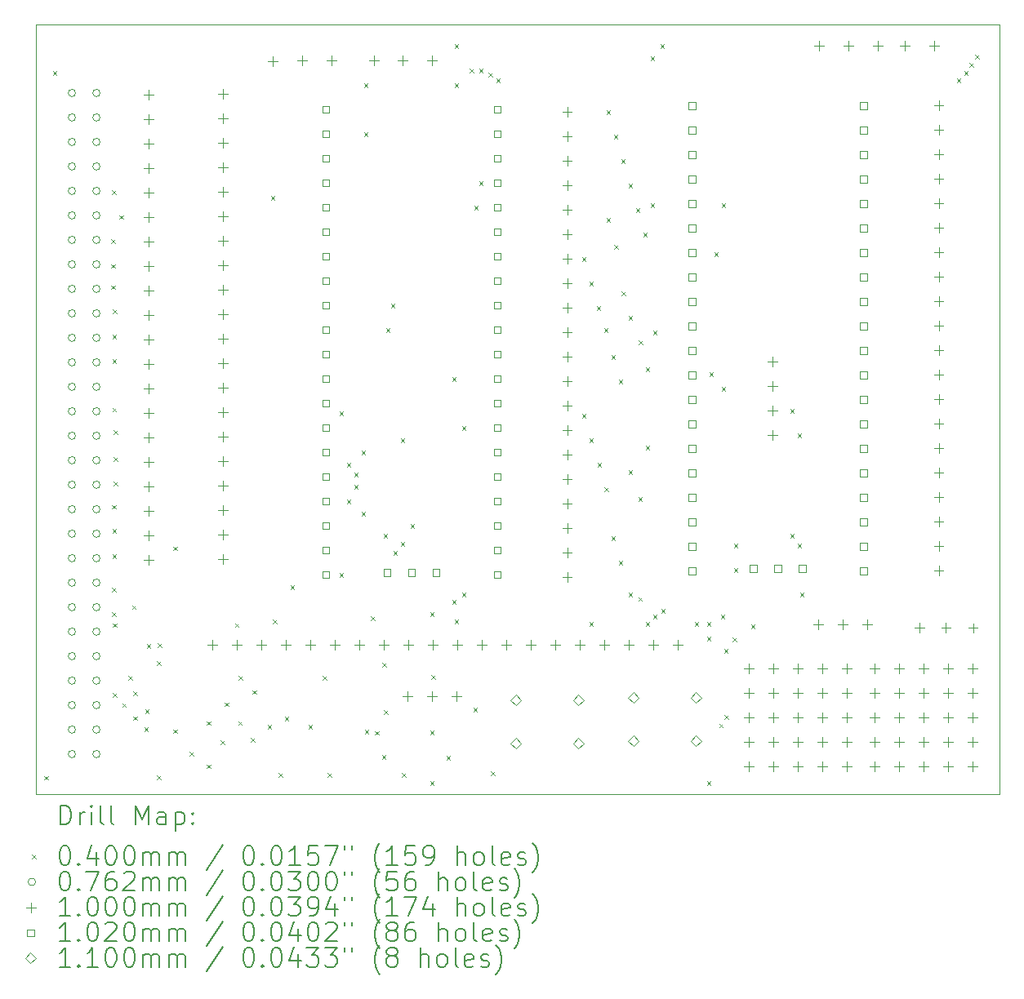
<source format=gbr>
%TF.GenerationSoftware,KiCad,Pcbnew,6.0.11-2627ca5db0~126~ubuntu22.04.1*%
%TF.CreationDate,2023-11-05T18:43:37+00:00*%
%TF.ProjectId,zx-spectrum-diagnostics,7a782d73-7065-4637-9472-756d2d646961,rev?*%
%TF.SameCoordinates,Original*%
%TF.FileFunction,Drillmap*%
%TF.FilePolarity,Positive*%
%FSLAX45Y45*%
G04 Gerber Fmt 4.5, Leading zero omitted, Abs format (unit mm)*
G04 Created by KiCad (PCBNEW 6.0.11-2627ca5db0~126~ubuntu22.04.1) date 2023-11-05 18:43:37*
%MOMM*%
%LPD*%
G01*
G04 APERTURE LIST*
%ADD10C,0.100000*%
%ADD11C,0.200000*%
%ADD12C,0.040000*%
%ADD13C,0.076200*%
%ADD14C,0.102000*%
%ADD15C,0.110000*%
G04 APERTURE END LIST*
D10*
X7470000Y-7417400D02*
X17461000Y-7417400D01*
X17461000Y-7417400D02*
X17461000Y-15405000D01*
X17461000Y-15405000D02*
X7470000Y-15405000D01*
X7470000Y-15405000D02*
X7470000Y-7417400D01*
D11*
D12*
X7553000Y-15215000D02*
X7593000Y-15255000D01*
X7593000Y-15215000D02*
X7553000Y-15255000D01*
X7644200Y-7901800D02*
X7684200Y-7941800D01*
X7684200Y-7901800D02*
X7644200Y-7941800D01*
X8247000Y-9906000D02*
X8287000Y-9946000D01*
X8287000Y-9906000D02*
X8247000Y-9946000D01*
X8252000Y-9649000D02*
X8292000Y-9689000D01*
X8292000Y-9649000D02*
X8252000Y-9689000D01*
X8252000Y-10126000D02*
X8292000Y-10166000D01*
X8292000Y-10126000D02*
X8252000Y-10166000D01*
X8255000Y-12404000D02*
X8295000Y-12444000D01*
X8295000Y-12404000D02*
X8255000Y-12444000D01*
X8255000Y-13263450D02*
X8295000Y-13303450D01*
X8295000Y-13263450D02*
X8255000Y-13303450D01*
X8257000Y-9143000D02*
X8297000Y-9183000D01*
X8297000Y-9143000D02*
X8257000Y-9183000D01*
X8258000Y-13517450D02*
X8298000Y-13557450D01*
X8298000Y-13517450D02*
X8258000Y-13557450D01*
X8261000Y-10890000D02*
X8301000Y-10930000D01*
X8301000Y-10890000D02*
X8261000Y-10930000D01*
X8261000Y-11396000D02*
X8301000Y-11436000D01*
X8301000Y-11396000D02*
X8261000Y-11436000D01*
X8261000Y-12915000D02*
X8301000Y-12955000D01*
X8301000Y-12915000D02*
X8261000Y-12955000D01*
X8262000Y-10638000D02*
X8302000Y-10678000D01*
X8302000Y-10638000D02*
X8262000Y-10678000D01*
X8262000Y-12651000D02*
X8302000Y-12691000D01*
X8302000Y-12651000D02*
X8262000Y-12691000D01*
X8264000Y-10376000D02*
X8304000Y-10416000D01*
X8304000Y-10376000D02*
X8264000Y-10416000D01*
X8265731Y-13632550D02*
X8305731Y-13672550D01*
X8305731Y-13632550D02*
X8265731Y-13672550D01*
X8269000Y-14354000D02*
X8309000Y-14394000D01*
X8309000Y-14354000D02*
X8269000Y-14394000D01*
X8273000Y-12164000D02*
X8313000Y-12204000D01*
X8313000Y-12164000D02*
X8273000Y-12204000D01*
X8275000Y-11630000D02*
X8315000Y-11670000D01*
X8315000Y-11630000D02*
X8275000Y-11670000D01*
X8277000Y-11909000D02*
X8317000Y-11949000D01*
X8317000Y-11909000D02*
X8277000Y-11949000D01*
X8331000Y-9399000D02*
X8371000Y-9439000D01*
X8371000Y-9399000D02*
X8331000Y-9439000D01*
X8364000Y-14462000D02*
X8404000Y-14502000D01*
X8404000Y-14462000D02*
X8364000Y-14502000D01*
X8426125Y-14179334D02*
X8466125Y-14219334D01*
X8466125Y-14179334D02*
X8426125Y-14219334D01*
X8464000Y-13445000D02*
X8504000Y-13485000D01*
X8504000Y-13445000D02*
X8464000Y-13485000D01*
X8479000Y-14338000D02*
X8519000Y-14378000D01*
X8519000Y-14338000D02*
X8479000Y-14378000D01*
X8479000Y-14598000D02*
X8519000Y-14638000D01*
X8519000Y-14598000D02*
X8479000Y-14638000D01*
X8593000Y-14713000D02*
X8633000Y-14753000D01*
X8633000Y-14713000D02*
X8593000Y-14753000D01*
X8600000Y-14527000D02*
X8640000Y-14567000D01*
X8640000Y-14527000D02*
X8600000Y-14567000D01*
X8617000Y-13845000D02*
X8657000Y-13885000D01*
X8657000Y-13845000D02*
X8617000Y-13885000D01*
X8723000Y-15210000D02*
X8763000Y-15250000D01*
X8763000Y-15210000D02*
X8723000Y-15250000D01*
X8726000Y-14026450D02*
X8766000Y-14066450D01*
X8766000Y-14026450D02*
X8726000Y-14066450D01*
X8733000Y-13840000D02*
X8773000Y-13880000D01*
X8773000Y-13840000D02*
X8733000Y-13880000D01*
X8891000Y-14732000D02*
X8931000Y-14772000D01*
X8931000Y-14732000D02*
X8891000Y-14772000D01*
X8892500Y-12835500D02*
X8932500Y-12875500D01*
X8932500Y-12835500D02*
X8892500Y-12875500D01*
X9061000Y-14966000D02*
X9101000Y-15006000D01*
X9101000Y-14966000D02*
X9061000Y-15006000D01*
X9238000Y-14648000D02*
X9278000Y-14688000D01*
X9278000Y-14648000D02*
X9238000Y-14688000D01*
X9238000Y-15096000D02*
X9278000Y-15136000D01*
X9278000Y-15096000D02*
X9238000Y-15136000D01*
X9381000Y-14848000D02*
X9421000Y-14888000D01*
X9421000Y-14848000D02*
X9381000Y-14888000D01*
X9424000Y-14452000D02*
X9464000Y-14492000D01*
X9464000Y-14452000D02*
X9424000Y-14492000D01*
X9532000Y-13632550D02*
X9572000Y-13672550D01*
X9572000Y-13632550D02*
X9532000Y-13672550D01*
X9565000Y-14648000D02*
X9605000Y-14688000D01*
X9605000Y-14648000D02*
X9565000Y-14688000D01*
X9573000Y-14177000D02*
X9613000Y-14217000D01*
X9613000Y-14177000D02*
X9573000Y-14217000D01*
X9697000Y-14824000D02*
X9737000Y-14864000D01*
X9737000Y-14824000D02*
X9697000Y-14864000D01*
X9715000Y-14327000D02*
X9755000Y-14367000D01*
X9755000Y-14327000D02*
X9715000Y-14367000D01*
X9871000Y-14683600D02*
X9911000Y-14723600D01*
X9911000Y-14683600D02*
X9871000Y-14723600D01*
X9904800Y-9197200D02*
X9944800Y-9237200D01*
X9944800Y-9197200D02*
X9904800Y-9237200D01*
X9923500Y-13595500D02*
X9963500Y-13635500D01*
X9963500Y-13595500D02*
X9923500Y-13635500D01*
X9987000Y-15186000D02*
X10027000Y-15226000D01*
X10027000Y-15186000D02*
X9987000Y-15226000D01*
X10049000Y-14603000D02*
X10089000Y-14643000D01*
X10089000Y-14603000D02*
X10049000Y-14643000D01*
X10108000Y-13235800D02*
X10148000Y-13275800D01*
X10148000Y-13235800D02*
X10108000Y-13275800D01*
X10294000Y-14683600D02*
X10334000Y-14723600D01*
X10334000Y-14683600D02*
X10294000Y-14723600D01*
X10445000Y-14177000D02*
X10485000Y-14217000D01*
X10485000Y-14177000D02*
X10445000Y-14217000D01*
X10493000Y-15186000D02*
X10533000Y-15226000D01*
X10533000Y-15186000D02*
X10493000Y-15226000D01*
X10616000Y-11432400D02*
X10656000Y-11472400D01*
X10656000Y-11432400D02*
X10616000Y-11472400D01*
X10616000Y-13108800D02*
X10656000Y-13148800D01*
X10656000Y-13108800D02*
X10616000Y-13148800D01*
X10692200Y-11965800D02*
X10732200Y-12005800D01*
X10732200Y-11965800D02*
X10692200Y-12005800D01*
X10692200Y-12346800D02*
X10732200Y-12386800D01*
X10732200Y-12346800D02*
X10692200Y-12386800D01*
X10768400Y-12067400D02*
X10808400Y-12107400D01*
X10808400Y-12067400D02*
X10768400Y-12107400D01*
X10768400Y-12194400D02*
X10808400Y-12234400D01*
X10808400Y-12194400D02*
X10768400Y-12234400D01*
X10844050Y-12473800D02*
X10884050Y-12513800D01*
X10884050Y-12473800D02*
X10844050Y-12513800D01*
X10844600Y-11838800D02*
X10884600Y-11878800D01*
X10884600Y-11838800D02*
X10844600Y-11878800D01*
X10870000Y-8028800D02*
X10910000Y-8068800D01*
X10910000Y-8028800D02*
X10870000Y-8068800D01*
X10870000Y-8536800D02*
X10910000Y-8576800D01*
X10910000Y-8536800D02*
X10870000Y-8576800D01*
X10877000Y-14738000D02*
X10917000Y-14778000D01*
X10917000Y-14738000D02*
X10877000Y-14778000D01*
X10943000Y-13558000D02*
X10983000Y-13598000D01*
X10983000Y-13558000D02*
X10943000Y-13598000D01*
X10986000Y-14750000D02*
X11026000Y-14790000D01*
X11026000Y-14750000D02*
X10986000Y-14790000D01*
X11057000Y-14998000D02*
X11097000Y-15038000D01*
X11097000Y-14998000D02*
X11057000Y-15038000D01*
X11057050Y-14040000D02*
X11097050Y-14080000D01*
X11097050Y-14040000D02*
X11057050Y-14080000D01*
X11073200Y-12702400D02*
X11113200Y-12742400D01*
X11113200Y-12702400D02*
X11073200Y-12742400D01*
X11079000Y-14531000D02*
X11119000Y-14571000D01*
X11119000Y-14531000D02*
X11079000Y-14571000D01*
X11098600Y-10568800D02*
X11138600Y-10608800D01*
X11138600Y-10568800D02*
X11098600Y-10608800D01*
X11149400Y-10314800D02*
X11189400Y-10354800D01*
X11189400Y-10314800D02*
X11149400Y-10354800D01*
X11174800Y-12880200D02*
X11214800Y-12920200D01*
X11214800Y-12880200D02*
X11174800Y-12920200D01*
X11251000Y-11711800D02*
X11291000Y-11751800D01*
X11291000Y-11711800D02*
X11251000Y-11751800D01*
X11251000Y-12789950D02*
X11291000Y-12829950D01*
X11291000Y-12789950D02*
X11251000Y-12829950D01*
X11261000Y-15186000D02*
X11301000Y-15226000D01*
X11301000Y-15186000D02*
X11261000Y-15226000D01*
X11352600Y-12600800D02*
X11392600Y-12640800D01*
X11392600Y-12600800D02*
X11352600Y-12640800D01*
X11555800Y-13515200D02*
X11595800Y-13555200D01*
X11595800Y-13515200D02*
X11555800Y-13555200D01*
X11555800Y-15267800D02*
X11595800Y-15307800D01*
X11595800Y-15267800D02*
X11555800Y-15307800D01*
X11556000Y-14745000D02*
X11596000Y-14785000D01*
X11596000Y-14745000D02*
X11556000Y-14785000D01*
X11568000Y-14170000D02*
X11608000Y-14210000D01*
X11608000Y-14170000D02*
X11568000Y-14210000D01*
X11725000Y-15009000D02*
X11765000Y-15049000D01*
X11765000Y-15009000D02*
X11725000Y-15049000D01*
X11784400Y-11076800D02*
X11824400Y-11116800D01*
X11824400Y-11076800D02*
X11784400Y-11116800D01*
X11784400Y-13388200D02*
X11824400Y-13428200D01*
X11824400Y-13388200D02*
X11784400Y-13428200D01*
X11809800Y-7622400D02*
X11849800Y-7662400D01*
X11849800Y-7622400D02*
X11809800Y-7662400D01*
X11809800Y-8028800D02*
X11849800Y-8068800D01*
X11849800Y-8028800D02*
X11809800Y-8068800D01*
X11809800Y-13591400D02*
X11849800Y-13631400D01*
X11849800Y-13591400D02*
X11809800Y-13631400D01*
X11886000Y-11584800D02*
X11926000Y-11624800D01*
X11926000Y-11584800D02*
X11886000Y-11624800D01*
X11886000Y-13312000D02*
X11926000Y-13352000D01*
X11926000Y-13312000D02*
X11886000Y-13352000D01*
X11963850Y-7876400D02*
X12003850Y-7916400D01*
X12003850Y-7876400D02*
X11963850Y-7916400D01*
X12004000Y-14510000D02*
X12044000Y-14550000D01*
X12044000Y-14510000D02*
X12004000Y-14550000D01*
X12013000Y-9298800D02*
X12053000Y-9338800D01*
X12053000Y-9298800D02*
X12013000Y-9338800D01*
X12063800Y-7876400D02*
X12103800Y-7916400D01*
X12103800Y-7876400D02*
X12063800Y-7916400D01*
X12063800Y-9044800D02*
X12103800Y-9084800D01*
X12103800Y-9044800D02*
X12063800Y-9084800D01*
X12158436Y-7922558D02*
X12198436Y-7962558D01*
X12198436Y-7922558D02*
X12158436Y-7962558D01*
X12186000Y-15171000D02*
X12226000Y-15211000D01*
X12226000Y-15171000D02*
X12186000Y-15211000D01*
X12241600Y-7978000D02*
X12281600Y-8018000D01*
X12281600Y-7978000D02*
X12241600Y-8018000D01*
X13130600Y-9832200D02*
X13170600Y-9872200D01*
X13170600Y-9832200D02*
X13130600Y-9872200D01*
X13130600Y-11457800D02*
X13170600Y-11497800D01*
X13170600Y-11457800D02*
X13130600Y-11497800D01*
X13206800Y-10086200D02*
X13246800Y-10126200D01*
X13246800Y-10086200D02*
X13206800Y-10126200D01*
X13206800Y-11711800D02*
X13246800Y-11751800D01*
X13246800Y-11711800D02*
X13206800Y-11751800D01*
X13206800Y-13616800D02*
X13246800Y-13656800D01*
X13246800Y-13616800D02*
X13206800Y-13656800D01*
X13283000Y-10340200D02*
X13323000Y-10380200D01*
X13323000Y-10340200D02*
X13283000Y-10380200D01*
X13290500Y-11965800D02*
X13330500Y-12005800D01*
X13330500Y-11965800D02*
X13290500Y-12005800D01*
X13359200Y-10568800D02*
X13399200Y-10608800D01*
X13399200Y-10568800D02*
X13359200Y-10608800D01*
X13362950Y-12219800D02*
X13402950Y-12259800D01*
X13402950Y-12219800D02*
X13362950Y-12259800D01*
X13384600Y-8308200D02*
X13424600Y-8348200D01*
X13424600Y-8308200D02*
X13384600Y-8348200D01*
X13384600Y-9425800D02*
X13424600Y-9465800D01*
X13424600Y-9425800D02*
X13384600Y-9465800D01*
X13435400Y-10848200D02*
X13475400Y-10888200D01*
X13475400Y-10848200D02*
X13435400Y-10888200D01*
X13435400Y-12727800D02*
X13475400Y-12767800D01*
X13475400Y-12727800D02*
X13435400Y-12767800D01*
X13460800Y-8562200D02*
X13500800Y-8602200D01*
X13500800Y-8562200D02*
X13460800Y-8602200D01*
X13464550Y-9705200D02*
X13504550Y-9745200D01*
X13504550Y-9705200D02*
X13464550Y-9745200D01*
X13511600Y-11102200D02*
X13551600Y-11142200D01*
X13551600Y-11102200D02*
X13511600Y-11142200D01*
X13511600Y-12981800D02*
X13551600Y-13021800D01*
X13551600Y-12981800D02*
X13511600Y-13021800D01*
X13537000Y-8816200D02*
X13577000Y-8856200D01*
X13577000Y-8816200D02*
X13537000Y-8856200D01*
X13540750Y-10187800D02*
X13580750Y-10227800D01*
X13580750Y-10187800D02*
X13540750Y-10227800D01*
X13613200Y-9070200D02*
X13653200Y-9110200D01*
X13653200Y-9070200D02*
X13613200Y-9110200D01*
X13613200Y-10441800D02*
X13653200Y-10481800D01*
X13653200Y-10441800D02*
X13613200Y-10481800D01*
X13613200Y-12042000D02*
X13653200Y-12082000D01*
X13653200Y-12042000D02*
X13613200Y-12082000D01*
X13613200Y-13315750D02*
X13653200Y-13355750D01*
X13653200Y-13315750D02*
X13613200Y-13355750D01*
X13689400Y-9324200D02*
X13729400Y-9364200D01*
X13729400Y-9324200D02*
X13689400Y-9364200D01*
X13713765Y-13361765D02*
X13753765Y-13401765D01*
X13753765Y-13361765D02*
X13713765Y-13401765D01*
X13714800Y-12321400D02*
X13754800Y-12361400D01*
X13754800Y-12321400D02*
X13714800Y-12361400D01*
X13718550Y-10695800D02*
X13758550Y-10735800D01*
X13758550Y-10695800D02*
X13718550Y-10735800D01*
X13765600Y-9578200D02*
X13805600Y-9618200D01*
X13805600Y-9578200D02*
X13765600Y-9618200D01*
X13791000Y-10975200D02*
X13831000Y-11015200D01*
X13831000Y-10975200D02*
X13791000Y-11015200D01*
X13791000Y-11788000D02*
X13831000Y-11828000D01*
X13831000Y-11788000D02*
X13791000Y-11828000D01*
X13791000Y-13616800D02*
X13831000Y-13656800D01*
X13831000Y-13616800D02*
X13791000Y-13656800D01*
X13841800Y-7749400D02*
X13881800Y-7789400D01*
X13881800Y-7749400D02*
X13841800Y-7789400D01*
X13841800Y-9273400D02*
X13881800Y-9313400D01*
X13881800Y-9273400D02*
X13841800Y-9313400D01*
X13867200Y-10594200D02*
X13907200Y-10634200D01*
X13907200Y-10594200D02*
X13867200Y-10634200D01*
X13867200Y-13540600D02*
X13907200Y-13580600D01*
X13907200Y-13540600D02*
X13867200Y-13580600D01*
X13943400Y-7622400D02*
X13983400Y-7662400D01*
X13983400Y-7622400D02*
X13943400Y-7662400D01*
X13950364Y-13485158D02*
X13990364Y-13525158D01*
X13990364Y-13485158D02*
X13950364Y-13525158D01*
X14299000Y-13616800D02*
X14339000Y-13656800D01*
X14339000Y-13616800D02*
X14299000Y-13656800D01*
X14425550Y-13616800D02*
X14465550Y-13656800D01*
X14465550Y-13616800D02*
X14425550Y-13656800D01*
X14425550Y-13769200D02*
X14465550Y-13809200D01*
X14465550Y-13769200D02*
X14425550Y-13809200D01*
X14426000Y-15267800D02*
X14466000Y-15307800D01*
X14466000Y-15267800D02*
X14426000Y-15307800D01*
X14451400Y-11026000D02*
X14491400Y-11066000D01*
X14491400Y-11026000D02*
X14451400Y-11066000D01*
X14502200Y-9781400D02*
X14542200Y-9821400D01*
X14542200Y-9781400D02*
X14502200Y-9821400D01*
X14553000Y-14673000D02*
X14593000Y-14713000D01*
X14593000Y-14673000D02*
X14553000Y-14713000D01*
X14570450Y-13540600D02*
X14610450Y-13580600D01*
X14610450Y-13540600D02*
X14570450Y-13580600D01*
X14578400Y-9273400D02*
X14618400Y-9313400D01*
X14618400Y-9273400D02*
X14578400Y-9313400D01*
X14578400Y-11178400D02*
X14618400Y-11218400D01*
X14618400Y-11178400D02*
X14578400Y-11218400D01*
X14603800Y-13896200D02*
X14643800Y-13936200D01*
X14643800Y-13896200D02*
X14603800Y-13936200D01*
X14608000Y-14584000D02*
X14648000Y-14624000D01*
X14648000Y-14584000D02*
X14608000Y-14624000D01*
X14692700Y-13781900D02*
X14732700Y-13821900D01*
X14732700Y-13781900D02*
X14692700Y-13821900D01*
X14705400Y-12804000D02*
X14745400Y-12844000D01*
X14745400Y-12804000D02*
X14705400Y-12844000D01*
X14705400Y-13058000D02*
X14745400Y-13098000D01*
X14745400Y-13058000D02*
X14705400Y-13098000D01*
X14883200Y-13642200D02*
X14923200Y-13682200D01*
X14923200Y-13642200D02*
X14883200Y-13682200D01*
X15289600Y-11407000D02*
X15329600Y-11447000D01*
X15329600Y-11407000D02*
X15289600Y-11447000D01*
X15289600Y-12702400D02*
X15329600Y-12742400D01*
X15329600Y-12702400D02*
X15289600Y-12742400D01*
X15365800Y-11661000D02*
X15405800Y-11701000D01*
X15405800Y-11661000D02*
X15365800Y-11701000D01*
X15365800Y-12804000D02*
X15405800Y-12844000D01*
X15405800Y-12804000D02*
X15365800Y-12844000D01*
X15391200Y-13312000D02*
X15431200Y-13352000D01*
X15431200Y-13312000D02*
X15391200Y-13352000D01*
X17016800Y-7978000D02*
X17056800Y-8018000D01*
X17056800Y-7978000D02*
X17016800Y-8018000D01*
X17093000Y-7901800D02*
X17133000Y-7941800D01*
X17133000Y-7901800D02*
X17093000Y-7941800D01*
X17148442Y-7818636D02*
X17188442Y-7858636D01*
X17188442Y-7818636D02*
X17148442Y-7858636D01*
X17203885Y-7735473D02*
X17243885Y-7775473D01*
X17243885Y-7735473D02*
X17203885Y-7775473D01*
D13*
X7880100Y-8131000D02*
G75*
G03*
X7880100Y-8131000I-38100J0D01*
G01*
X7880100Y-8385000D02*
G75*
G03*
X7880100Y-8385000I-38100J0D01*
G01*
X7880100Y-8639000D02*
G75*
G03*
X7880100Y-8639000I-38100J0D01*
G01*
X7880100Y-8893000D02*
G75*
G03*
X7880100Y-8893000I-38100J0D01*
G01*
X7880100Y-9147000D02*
G75*
G03*
X7880100Y-9147000I-38100J0D01*
G01*
X7880100Y-9401000D02*
G75*
G03*
X7880100Y-9401000I-38100J0D01*
G01*
X7880100Y-9655000D02*
G75*
G03*
X7880100Y-9655000I-38100J0D01*
G01*
X7880100Y-9909000D02*
G75*
G03*
X7880100Y-9909000I-38100J0D01*
G01*
X7880100Y-10163000D02*
G75*
G03*
X7880100Y-10163000I-38100J0D01*
G01*
X7880100Y-10417000D02*
G75*
G03*
X7880100Y-10417000I-38100J0D01*
G01*
X7880100Y-10671000D02*
G75*
G03*
X7880100Y-10671000I-38100J0D01*
G01*
X7880100Y-10925000D02*
G75*
G03*
X7880100Y-10925000I-38100J0D01*
G01*
X7880100Y-11179000D02*
G75*
G03*
X7880100Y-11179000I-38100J0D01*
G01*
X7880100Y-11433000D02*
G75*
G03*
X7880100Y-11433000I-38100J0D01*
G01*
X7880100Y-11687000D02*
G75*
G03*
X7880100Y-11687000I-38100J0D01*
G01*
X7880100Y-11941000D02*
G75*
G03*
X7880100Y-11941000I-38100J0D01*
G01*
X7880100Y-12195000D02*
G75*
G03*
X7880100Y-12195000I-38100J0D01*
G01*
X7880100Y-12449000D02*
G75*
G03*
X7880100Y-12449000I-38100J0D01*
G01*
X7880100Y-12703000D02*
G75*
G03*
X7880100Y-12703000I-38100J0D01*
G01*
X7880100Y-12957000D02*
G75*
G03*
X7880100Y-12957000I-38100J0D01*
G01*
X7880100Y-13211000D02*
G75*
G03*
X7880100Y-13211000I-38100J0D01*
G01*
X7880100Y-13465000D02*
G75*
G03*
X7880100Y-13465000I-38100J0D01*
G01*
X7880100Y-13719000D02*
G75*
G03*
X7880100Y-13719000I-38100J0D01*
G01*
X7880100Y-13973000D02*
G75*
G03*
X7880100Y-13973000I-38100J0D01*
G01*
X7880100Y-14227000D02*
G75*
G03*
X7880100Y-14227000I-38100J0D01*
G01*
X7880100Y-14481000D02*
G75*
G03*
X7880100Y-14481000I-38100J0D01*
G01*
X7880100Y-14735000D02*
G75*
G03*
X7880100Y-14735000I-38100J0D01*
G01*
X7880100Y-14989000D02*
G75*
G03*
X7880100Y-14989000I-38100J0D01*
G01*
X8134100Y-8131000D02*
G75*
G03*
X8134100Y-8131000I-38100J0D01*
G01*
X8134100Y-8385000D02*
G75*
G03*
X8134100Y-8385000I-38100J0D01*
G01*
X8134100Y-8639000D02*
G75*
G03*
X8134100Y-8639000I-38100J0D01*
G01*
X8134100Y-8893000D02*
G75*
G03*
X8134100Y-8893000I-38100J0D01*
G01*
X8134100Y-9147000D02*
G75*
G03*
X8134100Y-9147000I-38100J0D01*
G01*
X8134100Y-9401000D02*
G75*
G03*
X8134100Y-9401000I-38100J0D01*
G01*
X8134100Y-9655000D02*
G75*
G03*
X8134100Y-9655000I-38100J0D01*
G01*
X8134100Y-9909000D02*
G75*
G03*
X8134100Y-9909000I-38100J0D01*
G01*
X8134100Y-10163000D02*
G75*
G03*
X8134100Y-10163000I-38100J0D01*
G01*
X8134100Y-10417000D02*
G75*
G03*
X8134100Y-10417000I-38100J0D01*
G01*
X8134100Y-10671000D02*
G75*
G03*
X8134100Y-10671000I-38100J0D01*
G01*
X8134100Y-10925000D02*
G75*
G03*
X8134100Y-10925000I-38100J0D01*
G01*
X8134100Y-11179000D02*
G75*
G03*
X8134100Y-11179000I-38100J0D01*
G01*
X8134100Y-11433000D02*
G75*
G03*
X8134100Y-11433000I-38100J0D01*
G01*
X8134100Y-11687000D02*
G75*
G03*
X8134100Y-11687000I-38100J0D01*
G01*
X8134100Y-11941000D02*
G75*
G03*
X8134100Y-11941000I-38100J0D01*
G01*
X8134100Y-12195000D02*
G75*
G03*
X8134100Y-12195000I-38100J0D01*
G01*
X8134100Y-12449000D02*
G75*
G03*
X8134100Y-12449000I-38100J0D01*
G01*
X8134100Y-12703000D02*
G75*
G03*
X8134100Y-12703000I-38100J0D01*
G01*
X8134100Y-12957000D02*
G75*
G03*
X8134100Y-12957000I-38100J0D01*
G01*
X8134100Y-13211000D02*
G75*
G03*
X8134100Y-13211000I-38100J0D01*
G01*
X8134100Y-13465000D02*
G75*
G03*
X8134100Y-13465000I-38100J0D01*
G01*
X8134100Y-13719000D02*
G75*
G03*
X8134100Y-13719000I-38100J0D01*
G01*
X8134100Y-13973000D02*
G75*
G03*
X8134100Y-13973000I-38100J0D01*
G01*
X8134100Y-14227000D02*
G75*
G03*
X8134100Y-14227000I-38100J0D01*
G01*
X8134100Y-14481000D02*
G75*
G03*
X8134100Y-14481000I-38100J0D01*
G01*
X8134100Y-14735000D02*
G75*
G03*
X8134100Y-14735000I-38100J0D01*
G01*
X8134100Y-14989000D02*
G75*
G03*
X8134100Y-14989000I-38100J0D01*
G01*
D10*
X8636500Y-8097000D02*
X8636500Y-8197000D01*
X8586500Y-8147000D02*
X8686500Y-8147000D01*
X8636500Y-8351000D02*
X8636500Y-8451000D01*
X8586500Y-8401000D02*
X8686500Y-8401000D01*
X8636500Y-8605000D02*
X8636500Y-8705000D01*
X8586500Y-8655000D02*
X8686500Y-8655000D01*
X8636500Y-8859000D02*
X8636500Y-8959000D01*
X8586500Y-8909000D02*
X8686500Y-8909000D01*
X8636500Y-9113000D02*
X8636500Y-9213000D01*
X8586500Y-9163000D02*
X8686500Y-9163000D01*
X8636500Y-9367000D02*
X8636500Y-9467000D01*
X8586500Y-9417000D02*
X8686500Y-9417000D01*
X8636500Y-9621000D02*
X8636500Y-9721000D01*
X8586500Y-9671000D02*
X8686500Y-9671000D01*
X8636500Y-9875000D02*
X8636500Y-9975000D01*
X8586500Y-9925000D02*
X8686500Y-9925000D01*
X8636500Y-10129000D02*
X8636500Y-10229000D01*
X8586500Y-10179000D02*
X8686500Y-10179000D01*
X8636500Y-10383000D02*
X8636500Y-10483000D01*
X8586500Y-10433000D02*
X8686500Y-10433000D01*
X8636500Y-10637000D02*
X8636500Y-10737000D01*
X8586500Y-10687000D02*
X8686500Y-10687000D01*
X8636500Y-10891000D02*
X8636500Y-10991000D01*
X8586500Y-10941000D02*
X8686500Y-10941000D01*
X8636500Y-11145000D02*
X8636500Y-11245000D01*
X8586500Y-11195000D02*
X8686500Y-11195000D01*
X8636500Y-11399000D02*
X8636500Y-11499000D01*
X8586500Y-11449000D02*
X8686500Y-11449000D01*
X8636500Y-11653000D02*
X8636500Y-11753000D01*
X8586500Y-11703000D02*
X8686500Y-11703000D01*
X8636500Y-11907000D02*
X8636500Y-12007000D01*
X8586500Y-11957000D02*
X8686500Y-11957000D01*
X8636500Y-12161000D02*
X8636500Y-12261000D01*
X8586500Y-12211000D02*
X8686500Y-12211000D01*
X8636500Y-12415000D02*
X8636500Y-12515000D01*
X8586500Y-12465000D02*
X8686500Y-12465000D01*
X8636500Y-12669000D02*
X8636500Y-12769000D01*
X8586500Y-12719000D02*
X8686500Y-12719000D01*
X8636500Y-12923000D02*
X8636500Y-13023000D01*
X8586500Y-12973000D02*
X8686500Y-12973000D01*
X9299000Y-13806500D02*
X9299000Y-13906500D01*
X9249000Y-13856500D02*
X9349000Y-13856500D01*
X9409000Y-8093000D02*
X9409000Y-8193000D01*
X9359000Y-8143000D02*
X9459000Y-8143000D01*
X9409000Y-8347000D02*
X9409000Y-8447000D01*
X9359000Y-8397000D02*
X9459000Y-8397000D01*
X9409000Y-8601000D02*
X9409000Y-8701000D01*
X9359000Y-8651000D02*
X9459000Y-8651000D01*
X9409000Y-8855000D02*
X9409000Y-8955000D01*
X9359000Y-8905000D02*
X9459000Y-8905000D01*
X9409000Y-9109000D02*
X9409000Y-9209000D01*
X9359000Y-9159000D02*
X9459000Y-9159000D01*
X9409000Y-9363000D02*
X9409000Y-9463000D01*
X9359000Y-9413000D02*
X9459000Y-9413000D01*
X9409000Y-9617000D02*
X9409000Y-9717000D01*
X9359000Y-9667000D02*
X9459000Y-9667000D01*
X9409000Y-9871000D02*
X9409000Y-9971000D01*
X9359000Y-9921000D02*
X9459000Y-9921000D01*
X9409000Y-10125000D02*
X9409000Y-10225000D01*
X9359000Y-10175000D02*
X9459000Y-10175000D01*
X9409000Y-10379000D02*
X9409000Y-10479000D01*
X9359000Y-10429000D02*
X9459000Y-10429000D01*
X9409000Y-10633000D02*
X9409000Y-10733000D01*
X9359000Y-10683000D02*
X9459000Y-10683000D01*
X9409000Y-10887000D02*
X9409000Y-10987000D01*
X9359000Y-10937000D02*
X9459000Y-10937000D01*
X9409000Y-11141000D02*
X9409000Y-11241000D01*
X9359000Y-11191000D02*
X9459000Y-11191000D01*
X9409000Y-11395000D02*
X9409000Y-11495000D01*
X9359000Y-11445000D02*
X9459000Y-11445000D01*
X9409000Y-11649000D02*
X9409000Y-11749000D01*
X9359000Y-11699000D02*
X9459000Y-11699000D01*
X9409000Y-11903000D02*
X9409000Y-12003000D01*
X9359000Y-11953000D02*
X9459000Y-11953000D01*
X9409000Y-12157000D02*
X9409000Y-12257000D01*
X9359000Y-12207000D02*
X9459000Y-12207000D01*
X9409000Y-12411000D02*
X9409000Y-12511000D01*
X9359000Y-12461000D02*
X9459000Y-12461000D01*
X9409000Y-12665000D02*
X9409000Y-12765000D01*
X9359000Y-12715000D02*
X9459000Y-12715000D01*
X9409000Y-12919000D02*
X9409000Y-13019000D01*
X9359000Y-12969000D02*
X9459000Y-12969000D01*
X9553000Y-13806500D02*
X9553000Y-13906500D01*
X9503000Y-13856500D02*
X9603000Y-13856500D01*
X9807000Y-13806500D02*
X9807000Y-13906500D01*
X9757000Y-13856500D02*
X9857000Y-13856500D01*
X9924800Y-7751800D02*
X9924800Y-7851800D01*
X9874800Y-7801800D02*
X9974800Y-7801800D01*
X10061000Y-13806500D02*
X10061000Y-13906500D01*
X10011000Y-13856500D02*
X10111000Y-13856500D01*
X10229600Y-7744800D02*
X10229600Y-7844800D01*
X10179600Y-7794800D02*
X10279600Y-7794800D01*
X10315000Y-13806500D02*
X10315000Y-13906500D01*
X10265000Y-13856500D02*
X10365000Y-13856500D01*
X10534400Y-7744800D02*
X10534400Y-7844800D01*
X10484400Y-7794800D02*
X10584400Y-7794800D01*
X10569000Y-13806500D02*
X10569000Y-13906500D01*
X10519000Y-13856500D02*
X10619000Y-13856500D01*
X10823000Y-13806500D02*
X10823000Y-13906500D01*
X10773000Y-13856500D02*
X10873000Y-13856500D01*
X10972600Y-7739800D02*
X10972600Y-7839800D01*
X10922600Y-7789800D02*
X11022600Y-7789800D01*
X11077000Y-13806500D02*
X11077000Y-13906500D01*
X11027000Y-13856500D02*
X11127000Y-13856500D01*
X11271000Y-7744800D02*
X11271000Y-7844800D01*
X11221000Y-7794800D02*
X11321000Y-7794800D01*
X11323500Y-14341500D02*
X11323500Y-14441500D01*
X11273500Y-14391500D02*
X11373500Y-14391500D01*
X11331000Y-13806500D02*
X11331000Y-13906500D01*
X11281000Y-13856500D02*
X11381000Y-13856500D01*
X11575800Y-7739800D02*
X11575800Y-7839800D01*
X11525800Y-7789800D02*
X11625800Y-7789800D01*
X11577500Y-14341500D02*
X11577500Y-14441500D01*
X11527500Y-14391500D02*
X11627500Y-14391500D01*
X11585000Y-13806500D02*
X11585000Y-13906500D01*
X11535000Y-13856500D02*
X11635000Y-13856500D01*
X11831500Y-14341500D02*
X11831500Y-14441500D01*
X11781500Y-14391500D02*
X11881500Y-14391500D01*
X11839000Y-13806500D02*
X11839000Y-13906500D01*
X11789000Y-13856500D02*
X11889000Y-13856500D01*
X12093000Y-13806500D02*
X12093000Y-13906500D01*
X12043000Y-13856500D02*
X12143000Y-13856500D01*
X12347000Y-13806500D02*
X12347000Y-13906500D01*
X12297000Y-13856500D02*
X12397000Y-13856500D01*
X12601000Y-13806500D02*
X12601000Y-13906500D01*
X12551000Y-13856500D02*
X12651000Y-13856500D01*
X12855000Y-13806500D02*
X12855000Y-13906500D01*
X12805000Y-13856500D02*
X12905000Y-13856500D01*
X12977000Y-8274000D02*
X12977000Y-8374000D01*
X12927000Y-8324000D02*
X13027000Y-8324000D01*
X12977000Y-8528000D02*
X12977000Y-8628000D01*
X12927000Y-8578000D02*
X13027000Y-8578000D01*
X12977000Y-8782000D02*
X12977000Y-8882000D01*
X12927000Y-8832000D02*
X13027000Y-8832000D01*
X12977000Y-9036000D02*
X12977000Y-9136000D01*
X12927000Y-9086000D02*
X13027000Y-9086000D01*
X12977000Y-9290000D02*
X12977000Y-9390000D01*
X12927000Y-9340000D02*
X13027000Y-9340000D01*
X12977000Y-9544000D02*
X12977000Y-9644000D01*
X12927000Y-9594000D02*
X13027000Y-9594000D01*
X12977000Y-9798000D02*
X12977000Y-9898000D01*
X12927000Y-9848000D02*
X13027000Y-9848000D01*
X12977000Y-10052000D02*
X12977000Y-10152000D01*
X12927000Y-10102000D02*
X13027000Y-10102000D01*
X12977000Y-10306000D02*
X12977000Y-10406000D01*
X12927000Y-10356000D02*
X13027000Y-10356000D01*
X12977000Y-10560000D02*
X12977000Y-10660000D01*
X12927000Y-10610000D02*
X13027000Y-10610000D01*
X12977000Y-10814000D02*
X12977000Y-10914000D01*
X12927000Y-10864000D02*
X13027000Y-10864000D01*
X12977000Y-11068000D02*
X12977000Y-11168000D01*
X12927000Y-11118000D02*
X13027000Y-11118000D01*
X12977000Y-11322000D02*
X12977000Y-11422000D01*
X12927000Y-11372000D02*
X13027000Y-11372000D01*
X12977000Y-11576000D02*
X12977000Y-11676000D01*
X12927000Y-11626000D02*
X13027000Y-11626000D01*
X12977000Y-11830000D02*
X12977000Y-11930000D01*
X12927000Y-11880000D02*
X13027000Y-11880000D01*
X12977000Y-12084000D02*
X12977000Y-12184000D01*
X12927000Y-12134000D02*
X13027000Y-12134000D01*
X12977000Y-12338000D02*
X12977000Y-12438000D01*
X12927000Y-12388000D02*
X13027000Y-12388000D01*
X12977000Y-12592000D02*
X12977000Y-12692000D01*
X12927000Y-12642000D02*
X13027000Y-12642000D01*
X12977000Y-12846000D02*
X12977000Y-12946000D01*
X12927000Y-12896000D02*
X13027000Y-12896000D01*
X12977000Y-13100000D02*
X12977000Y-13200000D01*
X12927000Y-13150000D02*
X13027000Y-13150000D01*
X13109000Y-13806500D02*
X13109000Y-13906500D01*
X13059000Y-13856500D02*
X13159000Y-13856500D01*
X13363000Y-13806500D02*
X13363000Y-13906500D01*
X13313000Y-13856500D02*
X13413000Y-13856500D01*
X13617000Y-13806500D02*
X13617000Y-13906500D01*
X13567000Y-13856500D02*
X13667000Y-13856500D01*
X13871000Y-13806500D02*
X13871000Y-13906500D01*
X13821000Y-13856500D02*
X13921000Y-13856500D01*
X14125000Y-13806500D02*
X14125000Y-13906500D01*
X14075000Y-13856500D02*
X14175000Y-13856500D01*
X14861000Y-14052000D02*
X14861000Y-14152000D01*
X14811000Y-14102000D02*
X14911000Y-14102000D01*
X14861000Y-14306000D02*
X14861000Y-14406000D01*
X14811000Y-14356000D02*
X14911000Y-14356000D01*
X14861000Y-14560000D02*
X14861000Y-14660000D01*
X14811000Y-14610000D02*
X14911000Y-14610000D01*
X14861000Y-14814000D02*
X14861000Y-14914000D01*
X14811000Y-14864000D02*
X14911000Y-14864000D01*
X14861000Y-15068000D02*
X14861000Y-15168000D01*
X14811000Y-15118000D02*
X14911000Y-15118000D01*
X15106400Y-10868000D02*
X15106400Y-10968000D01*
X15056400Y-10918000D02*
X15156400Y-10918000D01*
X15106400Y-11122000D02*
X15106400Y-11222000D01*
X15056400Y-11172000D02*
X15156400Y-11172000D01*
X15106400Y-11376000D02*
X15106400Y-11476000D01*
X15056400Y-11426000D02*
X15156400Y-11426000D01*
X15106400Y-11630000D02*
X15106400Y-11730000D01*
X15056400Y-11680000D02*
X15156400Y-11680000D01*
X15115000Y-14052000D02*
X15115000Y-14152000D01*
X15065000Y-14102000D02*
X15165000Y-14102000D01*
X15115000Y-14306000D02*
X15115000Y-14406000D01*
X15065000Y-14356000D02*
X15165000Y-14356000D01*
X15115000Y-14560000D02*
X15115000Y-14660000D01*
X15065000Y-14610000D02*
X15165000Y-14610000D01*
X15115000Y-14814000D02*
X15115000Y-14914000D01*
X15065000Y-14864000D02*
X15165000Y-14864000D01*
X15115000Y-15068000D02*
X15115000Y-15168000D01*
X15065000Y-15118000D02*
X15165000Y-15118000D01*
X15369000Y-14052000D02*
X15369000Y-14152000D01*
X15319000Y-14102000D02*
X15419000Y-14102000D01*
X15369000Y-14306000D02*
X15369000Y-14406000D01*
X15319000Y-14356000D02*
X15419000Y-14356000D01*
X15369000Y-14560000D02*
X15369000Y-14660000D01*
X15319000Y-14610000D02*
X15419000Y-14610000D01*
X15369000Y-14814000D02*
X15369000Y-14914000D01*
X15319000Y-14864000D02*
X15419000Y-14864000D01*
X15369000Y-15068000D02*
X15369000Y-15168000D01*
X15319000Y-15118000D02*
X15419000Y-15118000D01*
X15582500Y-13596500D02*
X15582500Y-13696500D01*
X15532500Y-13646500D02*
X15632500Y-13646500D01*
X15589000Y-7592400D02*
X15589000Y-7692400D01*
X15539000Y-7642400D02*
X15639000Y-7642400D01*
X15623000Y-14052000D02*
X15623000Y-14152000D01*
X15573000Y-14102000D02*
X15673000Y-14102000D01*
X15623000Y-14306000D02*
X15623000Y-14406000D01*
X15573000Y-14356000D02*
X15673000Y-14356000D01*
X15623000Y-14560000D02*
X15623000Y-14660000D01*
X15573000Y-14610000D02*
X15673000Y-14610000D01*
X15623000Y-14814000D02*
X15623000Y-14914000D01*
X15573000Y-14864000D02*
X15673000Y-14864000D01*
X15623000Y-15068000D02*
X15623000Y-15168000D01*
X15573000Y-15118000D02*
X15673000Y-15118000D01*
X15836500Y-13596500D02*
X15836500Y-13696500D01*
X15786500Y-13646500D02*
X15886500Y-13646500D01*
X15877000Y-14052000D02*
X15877000Y-14152000D01*
X15827000Y-14102000D02*
X15927000Y-14102000D01*
X15877000Y-14306000D02*
X15877000Y-14406000D01*
X15827000Y-14356000D02*
X15927000Y-14356000D01*
X15877000Y-14560000D02*
X15877000Y-14660000D01*
X15827000Y-14610000D02*
X15927000Y-14610000D01*
X15877000Y-14814000D02*
X15877000Y-14914000D01*
X15827000Y-14864000D02*
X15927000Y-14864000D01*
X15877000Y-15068000D02*
X15877000Y-15168000D01*
X15827000Y-15118000D02*
X15927000Y-15118000D01*
X15893800Y-7592400D02*
X15893800Y-7692400D01*
X15843800Y-7642400D02*
X15943800Y-7642400D01*
X16090500Y-13596500D02*
X16090500Y-13696500D01*
X16040500Y-13646500D02*
X16140500Y-13646500D01*
X16161000Y-14052000D02*
X16161000Y-14152000D01*
X16111000Y-14102000D02*
X16211000Y-14102000D01*
X16161000Y-14306000D02*
X16161000Y-14406000D01*
X16111000Y-14356000D02*
X16211000Y-14356000D01*
X16161000Y-14560000D02*
X16161000Y-14660000D01*
X16111000Y-14610000D02*
X16211000Y-14610000D01*
X16161000Y-14814000D02*
X16161000Y-14914000D01*
X16111000Y-14864000D02*
X16211000Y-14864000D01*
X16161000Y-15068000D02*
X16161000Y-15168000D01*
X16111000Y-15118000D02*
X16211000Y-15118000D01*
X16198600Y-7592400D02*
X16198600Y-7692400D01*
X16148600Y-7642400D02*
X16248600Y-7642400D01*
X16415000Y-14052000D02*
X16415000Y-14152000D01*
X16365000Y-14102000D02*
X16465000Y-14102000D01*
X16415000Y-14306000D02*
X16415000Y-14406000D01*
X16365000Y-14356000D02*
X16465000Y-14356000D01*
X16415000Y-14560000D02*
X16415000Y-14660000D01*
X16365000Y-14610000D02*
X16465000Y-14610000D01*
X16415000Y-14814000D02*
X16415000Y-14914000D01*
X16365000Y-14864000D02*
X16465000Y-14864000D01*
X16415000Y-15068000D02*
X16415000Y-15168000D01*
X16365000Y-15118000D02*
X16465000Y-15118000D01*
X16478000Y-7592400D02*
X16478000Y-7692400D01*
X16428000Y-7642400D02*
X16528000Y-7642400D01*
X16627000Y-13625000D02*
X16627000Y-13725000D01*
X16577000Y-13675000D02*
X16677000Y-13675000D01*
X16669000Y-14052000D02*
X16669000Y-14152000D01*
X16619000Y-14102000D02*
X16719000Y-14102000D01*
X16669000Y-14306000D02*
X16669000Y-14406000D01*
X16619000Y-14356000D02*
X16719000Y-14356000D01*
X16669000Y-14560000D02*
X16669000Y-14660000D01*
X16619000Y-14610000D02*
X16719000Y-14610000D01*
X16669000Y-14814000D02*
X16669000Y-14914000D01*
X16619000Y-14864000D02*
X16719000Y-14864000D01*
X16669000Y-15068000D02*
X16669000Y-15168000D01*
X16619000Y-15118000D02*
X16719000Y-15118000D01*
X16782800Y-7592400D02*
X16782800Y-7692400D01*
X16732800Y-7642400D02*
X16832800Y-7642400D01*
X16829500Y-8206000D02*
X16829500Y-8306000D01*
X16779500Y-8256000D02*
X16879500Y-8256000D01*
X16829500Y-8460000D02*
X16829500Y-8560000D01*
X16779500Y-8510000D02*
X16879500Y-8510000D01*
X16829500Y-8714000D02*
X16829500Y-8814000D01*
X16779500Y-8764000D02*
X16879500Y-8764000D01*
X16829500Y-8968000D02*
X16829500Y-9068000D01*
X16779500Y-9018000D02*
X16879500Y-9018000D01*
X16829500Y-9222000D02*
X16829500Y-9322000D01*
X16779500Y-9272000D02*
X16879500Y-9272000D01*
X16829500Y-9476000D02*
X16829500Y-9576000D01*
X16779500Y-9526000D02*
X16879500Y-9526000D01*
X16829500Y-9730000D02*
X16829500Y-9830000D01*
X16779500Y-9780000D02*
X16879500Y-9780000D01*
X16829500Y-9984000D02*
X16829500Y-10084000D01*
X16779500Y-10034000D02*
X16879500Y-10034000D01*
X16829500Y-10238000D02*
X16829500Y-10338000D01*
X16779500Y-10288000D02*
X16879500Y-10288000D01*
X16829500Y-10492000D02*
X16829500Y-10592000D01*
X16779500Y-10542000D02*
X16879500Y-10542000D01*
X16829500Y-10746000D02*
X16829500Y-10846000D01*
X16779500Y-10796000D02*
X16879500Y-10796000D01*
X16829500Y-11000000D02*
X16829500Y-11100000D01*
X16779500Y-11050000D02*
X16879500Y-11050000D01*
X16829500Y-11254000D02*
X16829500Y-11354000D01*
X16779500Y-11304000D02*
X16879500Y-11304000D01*
X16829500Y-11508000D02*
X16829500Y-11608000D01*
X16779500Y-11558000D02*
X16879500Y-11558000D01*
X16829500Y-11762000D02*
X16829500Y-11862000D01*
X16779500Y-11812000D02*
X16879500Y-11812000D01*
X16829500Y-12016000D02*
X16829500Y-12116000D01*
X16779500Y-12066000D02*
X16879500Y-12066000D01*
X16829500Y-12270000D02*
X16829500Y-12370000D01*
X16779500Y-12320000D02*
X16879500Y-12320000D01*
X16829500Y-12524000D02*
X16829500Y-12624000D01*
X16779500Y-12574000D02*
X16879500Y-12574000D01*
X16829500Y-12778000D02*
X16829500Y-12878000D01*
X16779500Y-12828000D02*
X16879500Y-12828000D01*
X16829500Y-13032000D02*
X16829500Y-13132000D01*
X16779500Y-13082000D02*
X16879500Y-13082000D01*
X16905000Y-13630000D02*
X16905000Y-13730000D01*
X16855000Y-13680000D02*
X16955000Y-13680000D01*
X16923000Y-14052000D02*
X16923000Y-14152000D01*
X16873000Y-14102000D02*
X16973000Y-14102000D01*
X16923000Y-14306000D02*
X16923000Y-14406000D01*
X16873000Y-14356000D02*
X16973000Y-14356000D01*
X16923000Y-14560000D02*
X16923000Y-14660000D01*
X16873000Y-14610000D02*
X16973000Y-14610000D01*
X16923000Y-14814000D02*
X16923000Y-14914000D01*
X16873000Y-14864000D02*
X16973000Y-14864000D01*
X16923000Y-15068000D02*
X16923000Y-15168000D01*
X16873000Y-15118000D02*
X16973000Y-15118000D01*
X17177000Y-14052000D02*
X17177000Y-14152000D01*
X17127000Y-14102000D02*
X17227000Y-14102000D01*
X17177000Y-14306000D02*
X17177000Y-14406000D01*
X17127000Y-14356000D02*
X17227000Y-14356000D01*
X17177000Y-14560000D02*
X17177000Y-14660000D01*
X17127000Y-14610000D02*
X17227000Y-14610000D01*
X17177000Y-14814000D02*
X17177000Y-14914000D01*
X17127000Y-14864000D02*
X17227000Y-14864000D01*
X17177000Y-15068000D02*
X17177000Y-15168000D01*
X17127000Y-15118000D02*
X17227000Y-15118000D01*
X17185000Y-13631000D02*
X17185000Y-13731000D01*
X17135000Y-13681000D02*
X17235000Y-13681000D01*
D14*
X10510063Y-8338063D02*
X10510063Y-8265937D01*
X10437937Y-8265937D01*
X10437937Y-8338063D01*
X10510063Y-8338063D01*
X10510063Y-8592063D02*
X10510063Y-8519937D01*
X10437937Y-8519937D01*
X10437937Y-8592063D01*
X10510063Y-8592063D01*
X10510063Y-8846063D02*
X10510063Y-8773937D01*
X10437937Y-8773937D01*
X10437937Y-8846063D01*
X10510063Y-8846063D01*
X10510063Y-9100063D02*
X10510063Y-9027937D01*
X10437937Y-9027937D01*
X10437937Y-9100063D01*
X10510063Y-9100063D01*
X10510063Y-9354063D02*
X10510063Y-9281937D01*
X10437937Y-9281937D01*
X10437937Y-9354063D01*
X10510063Y-9354063D01*
X10510063Y-9608063D02*
X10510063Y-9535937D01*
X10437937Y-9535937D01*
X10437937Y-9608063D01*
X10510063Y-9608063D01*
X10510063Y-9862063D02*
X10510063Y-9789937D01*
X10437937Y-9789937D01*
X10437937Y-9862063D01*
X10510063Y-9862063D01*
X10510063Y-10116063D02*
X10510063Y-10043937D01*
X10437937Y-10043937D01*
X10437937Y-10116063D01*
X10510063Y-10116063D01*
X10510063Y-10370063D02*
X10510063Y-10297937D01*
X10437937Y-10297937D01*
X10437937Y-10370063D01*
X10510063Y-10370063D01*
X10510063Y-10624063D02*
X10510063Y-10551937D01*
X10437937Y-10551937D01*
X10437937Y-10624063D01*
X10510063Y-10624063D01*
X10510063Y-10878063D02*
X10510063Y-10805937D01*
X10437937Y-10805937D01*
X10437937Y-10878063D01*
X10510063Y-10878063D01*
X10510063Y-11132063D02*
X10510063Y-11059937D01*
X10437937Y-11059937D01*
X10437937Y-11132063D01*
X10510063Y-11132063D01*
X10510063Y-11386063D02*
X10510063Y-11313937D01*
X10437937Y-11313937D01*
X10437937Y-11386063D01*
X10510063Y-11386063D01*
X10510063Y-11640063D02*
X10510063Y-11567937D01*
X10437937Y-11567937D01*
X10437937Y-11640063D01*
X10510063Y-11640063D01*
X10510063Y-11894063D02*
X10510063Y-11821937D01*
X10437937Y-11821937D01*
X10437937Y-11894063D01*
X10510063Y-11894063D01*
X10510063Y-12148063D02*
X10510063Y-12075937D01*
X10437937Y-12075937D01*
X10437937Y-12148063D01*
X10510063Y-12148063D01*
X10510063Y-12402063D02*
X10510063Y-12329937D01*
X10437937Y-12329937D01*
X10437937Y-12402063D01*
X10510063Y-12402063D01*
X10510063Y-12656063D02*
X10510063Y-12583937D01*
X10437937Y-12583937D01*
X10437937Y-12656063D01*
X10510063Y-12656063D01*
X10510063Y-12910063D02*
X10510063Y-12837937D01*
X10437937Y-12837937D01*
X10437937Y-12910063D01*
X10510063Y-12910063D01*
X10510063Y-13164063D02*
X10510063Y-13091937D01*
X10437937Y-13091937D01*
X10437937Y-13164063D01*
X10510063Y-13164063D01*
X11145063Y-13141063D02*
X11145063Y-13068937D01*
X11072937Y-13068937D01*
X11072937Y-13141063D01*
X11145063Y-13141063D01*
X11399063Y-13141063D02*
X11399063Y-13068937D01*
X11326937Y-13068937D01*
X11326937Y-13141063D01*
X11399063Y-13141063D01*
X11653063Y-13141063D02*
X11653063Y-13068937D01*
X11580937Y-13068937D01*
X11580937Y-13141063D01*
X11653063Y-13141063D01*
X12288063Y-8338063D02*
X12288063Y-8265937D01*
X12215937Y-8265937D01*
X12215937Y-8338063D01*
X12288063Y-8338063D01*
X12288063Y-8592063D02*
X12288063Y-8519937D01*
X12215937Y-8519937D01*
X12215937Y-8592063D01*
X12288063Y-8592063D01*
X12288063Y-8846063D02*
X12288063Y-8773937D01*
X12215937Y-8773937D01*
X12215937Y-8846063D01*
X12288063Y-8846063D01*
X12288063Y-9100063D02*
X12288063Y-9027937D01*
X12215937Y-9027937D01*
X12215937Y-9100063D01*
X12288063Y-9100063D01*
X12288063Y-9354063D02*
X12288063Y-9281937D01*
X12215937Y-9281937D01*
X12215937Y-9354063D01*
X12288063Y-9354063D01*
X12288063Y-9608063D02*
X12288063Y-9535937D01*
X12215937Y-9535937D01*
X12215937Y-9608063D01*
X12288063Y-9608063D01*
X12288063Y-9862063D02*
X12288063Y-9789937D01*
X12215937Y-9789937D01*
X12215937Y-9862063D01*
X12288063Y-9862063D01*
X12288063Y-10116063D02*
X12288063Y-10043937D01*
X12215937Y-10043937D01*
X12215937Y-10116063D01*
X12288063Y-10116063D01*
X12288063Y-10370063D02*
X12288063Y-10297937D01*
X12215937Y-10297937D01*
X12215937Y-10370063D01*
X12288063Y-10370063D01*
X12288063Y-10624063D02*
X12288063Y-10551937D01*
X12215937Y-10551937D01*
X12215937Y-10624063D01*
X12288063Y-10624063D01*
X12288063Y-10878063D02*
X12288063Y-10805937D01*
X12215937Y-10805937D01*
X12215937Y-10878063D01*
X12288063Y-10878063D01*
X12288063Y-11132063D02*
X12288063Y-11059937D01*
X12215937Y-11059937D01*
X12215937Y-11132063D01*
X12288063Y-11132063D01*
X12288063Y-11386063D02*
X12288063Y-11313937D01*
X12215937Y-11313937D01*
X12215937Y-11386063D01*
X12288063Y-11386063D01*
X12288063Y-11640063D02*
X12288063Y-11567937D01*
X12215937Y-11567937D01*
X12215937Y-11640063D01*
X12288063Y-11640063D01*
X12288063Y-11894063D02*
X12288063Y-11821937D01*
X12215937Y-11821937D01*
X12215937Y-11894063D01*
X12288063Y-11894063D01*
X12288063Y-12148063D02*
X12288063Y-12075937D01*
X12215937Y-12075937D01*
X12215937Y-12148063D01*
X12288063Y-12148063D01*
X12288063Y-12402063D02*
X12288063Y-12329937D01*
X12215937Y-12329937D01*
X12215937Y-12402063D01*
X12288063Y-12402063D01*
X12288063Y-12656063D02*
X12288063Y-12583937D01*
X12215937Y-12583937D01*
X12215937Y-12656063D01*
X12288063Y-12656063D01*
X12288063Y-12910063D02*
X12288063Y-12837937D01*
X12215937Y-12837937D01*
X12215937Y-12910063D01*
X12288063Y-12910063D01*
X12288063Y-13164063D02*
X12288063Y-13091937D01*
X12215937Y-13091937D01*
X12215937Y-13164063D01*
X12288063Y-13164063D01*
X14307063Y-8298563D02*
X14307063Y-8226437D01*
X14234937Y-8226437D01*
X14234937Y-8298563D01*
X14307063Y-8298563D01*
X14307063Y-8552563D02*
X14307063Y-8480437D01*
X14234937Y-8480437D01*
X14234937Y-8552563D01*
X14307063Y-8552563D01*
X14307063Y-8806563D02*
X14307063Y-8734437D01*
X14234937Y-8734437D01*
X14234937Y-8806563D01*
X14307063Y-8806563D01*
X14307063Y-9060563D02*
X14307063Y-8988437D01*
X14234937Y-8988437D01*
X14234937Y-9060563D01*
X14307063Y-9060563D01*
X14307063Y-9314563D02*
X14307063Y-9242437D01*
X14234937Y-9242437D01*
X14234937Y-9314563D01*
X14307063Y-9314563D01*
X14307063Y-9568563D02*
X14307063Y-9496437D01*
X14234937Y-9496437D01*
X14234937Y-9568563D01*
X14307063Y-9568563D01*
X14307063Y-9822563D02*
X14307063Y-9750437D01*
X14234937Y-9750437D01*
X14234937Y-9822563D01*
X14307063Y-9822563D01*
X14307063Y-10076563D02*
X14307063Y-10004437D01*
X14234937Y-10004437D01*
X14234937Y-10076563D01*
X14307063Y-10076563D01*
X14307063Y-10330563D02*
X14307063Y-10258437D01*
X14234937Y-10258437D01*
X14234937Y-10330563D01*
X14307063Y-10330563D01*
X14307063Y-10584563D02*
X14307063Y-10512437D01*
X14234937Y-10512437D01*
X14234937Y-10584563D01*
X14307063Y-10584563D01*
X14307063Y-10838563D02*
X14307063Y-10766437D01*
X14234937Y-10766437D01*
X14234937Y-10838563D01*
X14307063Y-10838563D01*
X14307063Y-11092563D02*
X14307063Y-11020437D01*
X14234937Y-11020437D01*
X14234937Y-11092563D01*
X14307063Y-11092563D01*
X14307063Y-11346563D02*
X14307063Y-11274437D01*
X14234937Y-11274437D01*
X14234937Y-11346563D01*
X14307063Y-11346563D01*
X14307063Y-11600563D02*
X14307063Y-11528437D01*
X14234937Y-11528437D01*
X14234937Y-11600563D01*
X14307063Y-11600563D01*
X14307063Y-11854563D02*
X14307063Y-11782437D01*
X14234937Y-11782437D01*
X14234937Y-11854563D01*
X14307063Y-11854563D01*
X14307063Y-12108563D02*
X14307063Y-12036437D01*
X14234937Y-12036437D01*
X14234937Y-12108563D01*
X14307063Y-12108563D01*
X14307063Y-12362563D02*
X14307063Y-12290437D01*
X14234937Y-12290437D01*
X14234937Y-12362563D01*
X14307063Y-12362563D01*
X14307063Y-12616563D02*
X14307063Y-12544437D01*
X14234937Y-12544437D01*
X14234937Y-12616563D01*
X14307063Y-12616563D01*
X14307063Y-12870563D02*
X14307063Y-12798437D01*
X14234937Y-12798437D01*
X14234937Y-12870563D01*
X14307063Y-12870563D01*
X14307063Y-13124563D02*
X14307063Y-13052437D01*
X14234937Y-13052437D01*
X14234937Y-13124563D01*
X14307063Y-13124563D01*
X14942063Y-13101563D02*
X14942063Y-13029437D01*
X14869937Y-13029437D01*
X14869937Y-13101563D01*
X14942063Y-13101563D01*
X15196063Y-13101563D02*
X15196063Y-13029437D01*
X15123937Y-13029437D01*
X15123937Y-13101563D01*
X15196063Y-13101563D01*
X15450063Y-13101563D02*
X15450063Y-13029437D01*
X15377937Y-13029437D01*
X15377937Y-13101563D01*
X15450063Y-13101563D01*
X16085063Y-8298563D02*
X16085063Y-8226437D01*
X16012937Y-8226437D01*
X16012937Y-8298563D01*
X16085063Y-8298563D01*
X16085063Y-8552563D02*
X16085063Y-8480437D01*
X16012937Y-8480437D01*
X16012937Y-8552563D01*
X16085063Y-8552563D01*
X16085063Y-8806563D02*
X16085063Y-8734437D01*
X16012937Y-8734437D01*
X16012937Y-8806563D01*
X16085063Y-8806563D01*
X16085063Y-9060563D02*
X16085063Y-8988437D01*
X16012937Y-8988437D01*
X16012937Y-9060563D01*
X16085063Y-9060563D01*
X16085063Y-9314563D02*
X16085063Y-9242437D01*
X16012937Y-9242437D01*
X16012937Y-9314563D01*
X16085063Y-9314563D01*
X16085063Y-9568563D02*
X16085063Y-9496437D01*
X16012937Y-9496437D01*
X16012937Y-9568563D01*
X16085063Y-9568563D01*
X16085063Y-9822563D02*
X16085063Y-9750437D01*
X16012937Y-9750437D01*
X16012937Y-9822563D01*
X16085063Y-9822563D01*
X16085063Y-10076563D02*
X16085063Y-10004437D01*
X16012937Y-10004437D01*
X16012937Y-10076563D01*
X16085063Y-10076563D01*
X16085063Y-10330563D02*
X16085063Y-10258437D01*
X16012937Y-10258437D01*
X16012937Y-10330563D01*
X16085063Y-10330563D01*
X16085063Y-10584563D02*
X16085063Y-10512437D01*
X16012937Y-10512437D01*
X16012937Y-10584563D01*
X16085063Y-10584563D01*
X16085063Y-10838563D02*
X16085063Y-10766437D01*
X16012937Y-10766437D01*
X16012937Y-10838563D01*
X16085063Y-10838563D01*
X16085063Y-11092563D02*
X16085063Y-11020437D01*
X16012937Y-11020437D01*
X16012937Y-11092563D01*
X16085063Y-11092563D01*
X16085063Y-11346563D02*
X16085063Y-11274437D01*
X16012937Y-11274437D01*
X16012937Y-11346563D01*
X16085063Y-11346563D01*
X16085063Y-11600563D02*
X16085063Y-11528437D01*
X16012937Y-11528437D01*
X16012937Y-11600563D01*
X16085063Y-11600563D01*
X16085063Y-11854563D02*
X16085063Y-11782437D01*
X16012937Y-11782437D01*
X16012937Y-11854563D01*
X16085063Y-11854563D01*
X16085063Y-12108563D02*
X16085063Y-12036437D01*
X16012937Y-12036437D01*
X16012937Y-12108563D01*
X16085063Y-12108563D01*
X16085063Y-12362563D02*
X16085063Y-12290437D01*
X16012937Y-12290437D01*
X16012937Y-12362563D01*
X16085063Y-12362563D01*
X16085063Y-12616563D02*
X16085063Y-12544437D01*
X16012937Y-12544437D01*
X16012937Y-12616563D01*
X16085063Y-12616563D01*
X16085063Y-12870563D02*
X16085063Y-12798437D01*
X16012937Y-12798437D01*
X16012937Y-12870563D01*
X16085063Y-12870563D01*
X16085063Y-13124563D02*
X16085063Y-13052437D01*
X16012937Y-13052437D01*
X16012937Y-13124563D01*
X16085063Y-13124563D01*
D15*
X12444600Y-14482800D02*
X12499600Y-14427800D01*
X12444600Y-14372800D01*
X12389600Y-14427800D01*
X12444600Y-14482800D01*
X12444600Y-14932800D02*
X12499600Y-14877800D01*
X12444600Y-14822800D01*
X12389600Y-14877800D01*
X12444600Y-14932800D01*
X13094600Y-14482800D02*
X13149600Y-14427800D01*
X13094600Y-14372800D01*
X13039600Y-14427800D01*
X13094600Y-14482800D01*
X13094600Y-14932800D02*
X13149600Y-14877800D01*
X13094600Y-14822800D01*
X13039600Y-14877800D01*
X13094600Y-14932800D01*
X13663800Y-14457400D02*
X13718800Y-14402400D01*
X13663800Y-14347400D01*
X13608800Y-14402400D01*
X13663800Y-14457400D01*
X13663800Y-14907400D02*
X13718800Y-14852400D01*
X13663800Y-14797400D01*
X13608800Y-14852400D01*
X13663800Y-14907400D01*
X14313800Y-14457400D02*
X14368800Y-14402400D01*
X14313800Y-14347400D01*
X14258800Y-14402400D01*
X14313800Y-14457400D01*
X14313800Y-14907400D02*
X14368800Y-14852400D01*
X14313800Y-14797400D01*
X14258800Y-14852400D01*
X14313800Y-14907400D01*
D11*
X7722619Y-15720476D02*
X7722619Y-15520476D01*
X7770238Y-15520476D01*
X7798809Y-15530000D01*
X7817857Y-15549048D01*
X7827381Y-15568095D01*
X7836905Y-15606190D01*
X7836905Y-15634762D01*
X7827381Y-15672857D01*
X7817857Y-15691905D01*
X7798809Y-15710952D01*
X7770238Y-15720476D01*
X7722619Y-15720476D01*
X7922619Y-15720476D02*
X7922619Y-15587143D01*
X7922619Y-15625238D02*
X7932143Y-15606190D01*
X7941667Y-15596667D01*
X7960714Y-15587143D01*
X7979762Y-15587143D01*
X8046428Y-15720476D02*
X8046428Y-15587143D01*
X8046428Y-15520476D02*
X8036905Y-15530000D01*
X8046428Y-15539524D01*
X8055952Y-15530000D01*
X8046428Y-15520476D01*
X8046428Y-15539524D01*
X8170238Y-15720476D02*
X8151190Y-15710952D01*
X8141667Y-15691905D01*
X8141667Y-15520476D01*
X8275000Y-15720476D02*
X8255952Y-15710952D01*
X8246428Y-15691905D01*
X8246428Y-15520476D01*
X8503571Y-15720476D02*
X8503571Y-15520476D01*
X8570238Y-15663333D01*
X8636905Y-15520476D01*
X8636905Y-15720476D01*
X8817857Y-15720476D02*
X8817857Y-15615714D01*
X8808333Y-15596667D01*
X8789286Y-15587143D01*
X8751190Y-15587143D01*
X8732143Y-15596667D01*
X8817857Y-15710952D02*
X8798810Y-15720476D01*
X8751190Y-15720476D01*
X8732143Y-15710952D01*
X8722619Y-15691905D01*
X8722619Y-15672857D01*
X8732143Y-15653809D01*
X8751190Y-15644286D01*
X8798810Y-15644286D01*
X8817857Y-15634762D01*
X8913095Y-15587143D02*
X8913095Y-15787143D01*
X8913095Y-15596667D02*
X8932143Y-15587143D01*
X8970238Y-15587143D01*
X8989286Y-15596667D01*
X8998810Y-15606190D01*
X9008333Y-15625238D01*
X9008333Y-15682381D01*
X8998810Y-15701428D01*
X8989286Y-15710952D01*
X8970238Y-15720476D01*
X8932143Y-15720476D01*
X8913095Y-15710952D01*
X9094048Y-15701428D02*
X9103571Y-15710952D01*
X9094048Y-15720476D01*
X9084524Y-15710952D01*
X9094048Y-15701428D01*
X9094048Y-15720476D01*
X9094048Y-15596667D02*
X9103571Y-15606190D01*
X9094048Y-15615714D01*
X9084524Y-15606190D01*
X9094048Y-15596667D01*
X9094048Y-15615714D01*
D12*
X7425000Y-16030000D02*
X7465000Y-16070000D01*
X7465000Y-16030000D02*
X7425000Y-16070000D01*
D11*
X7760714Y-15940476D02*
X7779762Y-15940476D01*
X7798809Y-15950000D01*
X7808333Y-15959524D01*
X7817857Y-15978571D01*
X7827381Y-16016667D01*
X7827381Y-16064286D01*
X7817857Y-16102381D01*
X7808333Y-16121428D01*
X7798809Y-16130952D01*
X7779762Y-16140476D01*
X7760714Y-16140476D01*
X7741667Y-16130952D01*
X7732143Y-16121428D01*
X7722619Y-16102381D01*
X7713095Y-16064286D01*
X7713095Y-16016667D01*
X7722619Y-15978571D01*
X7732143Y-15959524D01*
X7741667Y-15950000D01*
X7760714Y-15940476D01*
X7913095Y-16121428D02*
X7922619Y-16130952D01*
X7913095Y-16140476D01*
X7903571Y-16130952D01*
X7913095Y-16121428D01*
X7913095Y-16140476D01*
X8094048Y-16007143D02*
X8094048Y-16140476D01*
X8046428Y-15930952D02*
X7998809Y-16073809D01*
X8122619Y-16073809D01*
X8236905Y-15940476D02*
X8255952Y-15940476D01*
X8275000Y-15950000D01*
X8284524Y-15959524D01*
X8294048Y-15978571D01*
X8303571Y-16016667D01*
X8303571Y-16064286D01*
X8294048Y-16102381D01*
X8284524Y-16121428D01*
X8275000Y-16130952D01*
X8255952Y-16140476D01*
X8236905Y-16140476D01*
X8217857Y-16130952D01*
X8208333Y-16121428D01*
X8198809Y-16102381D01*
X8189286Y-16064286D01*
X8189286Y-16016667D01*
X8198809Y-15978571D01*
X8208333Y-15959524D01*
X8217857Y-15950000D01*
X8236905Y-15940476D01*
X8427381Y-15940476D02*
X8446429Y-15940476D01*
X8465476Y-15950000D01*
X8475000Y-15959524D01*
X8484524Y-15978571D01*
X8494048Y-16016667D01*
X8494048Y-16064286D01*
X8484524Y-16102381D01*
X8475000Y-16121428D01*
X8465476Y-16130952D01*
X8446429Y-16140476D01*
X8427381Y-16140476D01*
X8408333Y-16130952D01*
X8398810Y-16121428D01*
X8389286Y-16102381D01*
X8379762Y-16064286D01*
X8379762Y-16016667D01*
X8389286Y-15978571D01*
X8398810Y-15959524D01*
X8408333Y-15950000D01*
X8427381Y-15940476D01*
X8579762Y-16140476D02*
X8579762Y-16007143D01*
X8579762Y-16026190D02*
X8589286Y-16016667D01*
X8608333Y-16007143D01*
X8636905Y-16007143D01*
X8655952Y-16016667D01*
X8665476Y-16035714D01*
X8665476Y-16140476D01*
X8665476Y-16035714D02*
X8675000Y-16016667D01*
X8694048Y-16007143D01*
X8722619Y-16007143D01*
X8741667Y-16016667D01*
X8751190Y-16035714D01*
X8751190Y-16140476D01*
X8846429Y-16140476D02*
X8846429Y-16007143D01*
X8846429Y-16026190D02*
X8855952Y-16016667D01*
X8875000Y-16007143D01*
X8903571Y-16007143D01*
X8922619Y-16016667D01*
X8932143Y-16035714D01*
X8932143Y-16140476D01*
X8932143Y-16035714D02*
X8941667Y-16016667D01*
X8960714Y-16007143D01*
X8989286Y-16007143D01*
X9008333Y-16016667D01*
X9017857Y-16035714D01*
X9017857Y-16140476D01*
X9408333Y-15930952D02*
X9236905Y-16188095D01*
X9665476Y-15940476D02*
X9684524Y-15940476D01*
X9703571Y-15950000D01*
X9713095Y-15959524D01*
X9722619Y-15978571D01*
X9732143Y-16016667D01*
X9732143Y-16064286D01*
X9722619Y-16102381D01*
X9713095Y-16121428D01*
X9703571Y-16130952D01*
X9684524Y-16140476D01*
X9665476Y-16140476D01*
X9646429Y-16130952D01*
X9636905Y-16121428D01*
X9627381Y-16102381D01*
X9617857Y-16064286D01*
X9617857Y-16016667D01*
X9627381Y-15978571D01*
X9636905Y-15959524D01*
X9646429Y-15950000D01*
X9665476Y-15940476D01*
X9817857Y-16121428D02*
X9827381Y-16130952D01*
X9817857Y-16140476D01*
X9808333Y-16130952D01*
X9817857Y-16121428D01*
X9817857Y-16140476D01*
X9951190Y-15940476D02*
X9970238Y-15940476D01*
X9989286Y-15950000D01*
X9998810Y-15959524D01*
X10008333Y-15978571D01*
X10017857Y-16016667D01*
X10017857Y-16064286D01*
X10008333Y-16102381D01*
X9998810Y-16121428D01*
X9989286Y-16130952D01*
X9970238Y-16140476D01*
X9951190Y-16140476D01*
X9932143Y-16130952D01*
X9922619Y-16121428D01*
X9913095Y-16102381D01*
X9903571Y-16064286D01*
X9903571Y-16016667D01*
X9913095Y-15978571D01*
X9922619Y-15959524D01*
X9932143Y-15950000D01*
X9951190Y-15940476D01*
X10208333Y-16140476D02*
X10094048Y-16140476D01*
X10151190Y-16140476D02*
X10151190Y-15940476D01*
X10132143Y-15969048D01*
X10113095Y-15988095D01*
X10094048Y-15997619D01*
X10389286Y-15940476D02*
X10294048Y-15940476D01*
X10284524Y-16035714D01*
X10294048Y-16026190D01*
X10313095Y-16016667D01*
X10360714Y-16016667D01*
X10379762Y-16026190D01*
X10389286Y-16035714D01*
X10398810Y-16054762D01*
X10398810Y-16102381D01*
X10389286Y-16121428D01*
X10379762Y-16130952D01*
X10360714Y-16140476D01*
X10313095Y-16140476D01*
X10294048Y-16130952D01*
X10284524Y-16121428D01*
X10465476Y-15940476D02*
X10598810Y-15940476D01*
X10513095Y-16140476D01*
X10665476Y-15940476D02*
X10665476Y-15978571D01*
X10741667Y-15940476D02*
X10741667Y-15978571D01*
X11036905Y-16216667D02*
X11027381Y-16207143D01*
X11008333Y-16178571D01*
X10998810Y-16159524D01*
X10989286Y-16130952D01*
X10979762Y-16083333D01*
X10979762Y-16045238D01*
X10989286Y-15997619D01*
X10998810Y-15969048D01*
X11008333Y-15950000D01*
X11027381Y-15921428D01*
X11036905Y-15911905D01*
X11217857Y-16140476D02*
X11103571Y-16140476D01*
X11160714Y-16140476D02*
X11160714Y-15940476D01*
X11141667Y-15969048D01*
X11122619Y-15988095D01*
X11103571Y-15997619D01*
X11398809Y-15940476D02*
X11303571Y-15940476D01*
X11294048Y-16035714D01*
X11303571Y-16026190D01*
X11322619Y-16016667D01*
X11370238Y-16016667D01*
X11389286Y-16026190D01*
X11398809Y-16035714D01*
X11408333Y-16054762D01*
X11408333Y-16102381D01*
X11398809Y-16121428D01*
X11389286Y-16130952D01*
X11370238Y-16140476D01*
X11322619Y-16140476D01*
X11303571Y-16130952D01*
X11294048Y-16121428D01*
X11503571Y-16140476D02*
X11541667Y-16140476D01*
X11560714Y-16130952D01*
X11570238Y-16121428D01*
X11589286Y-16092857D01*
X11598809Y-16054762D01*
X11598809Y-15978571D01*
X11589286Y-15959524D01*
X11579762Y-15950000D01*
X11560714Y-15940476D01*
X11522619Y-15940476D01*
X11503571Y-15950000D01*
X11494048Y-15959524D01*
X11484524Y-15978571D01*
X11484524Y-16026190D01*
X11494048Y-16045238D01*
X11503571Y-16054762D01*
X11522619Y-16064286D01*
X11560714Y-16064286D01*
X11579762Y-16054762D01*
X11589286Y-16045238D01*
X11598809Y-16026190D01*
X11836905Y-16140476D02*
X11836905Y-15940476D01*
X11922619Y-16140476D02*
X11922619Y-16035714D01*
X11913095Y-16016667D01*
X11894048Y-16007143D01*
X11865476Y-16007143D01*
X11846428Y-16016667D01*
X11836905Y-16026190D01*
X12046428Y-16140476D02*
X12027381Y-16130952D01*
X12017857Y-16121428D01*
X12008333Y-16102381D01*
X12008333Y-16045238D01*
X12017857Y-16026190D01*
X12027381Y-16016667D01*
X12046428Y-16007143D01*
X12075000Y-16007143D01*
X12094048Y-16016667D01*
X12103571Y-16026190D01*
X12113095Y-16045238D01*
X12113095Y-16102381D01*
X12103571Y-16121428D01*
X12094048Y-16130952D01*
X12075000Y-16140476D01*
X12046428Y-16140476D01*
X12227381Y-16140476D02*
X12208333Y-16130952D01*
X12198809Y-16111905D01*
X12198809Y-15940476D01*
X12379762Y-16130952D02*
X12360714Y-16140476D01*
X12322619Y-16140476D01*
X12303571Y-16130952D01*
X12294048Y-16111905D01*
X12294048Y-16035714D01*
X12303571Y-16016667D01*
X12322619Y-16007143D01*
X12360714Y-16007143D01*
X12379762Y-16016667D01*
X12389286Y-16035714D01*
X12389286Y-16054762D01*
X12294048Y-16073809D01*
X12465476Y-16130952D02*
X12484524Y-16140476D01*
X12522619Y-16140476D01*
X12541667Y-16130952D01*
X12551190Y-16111905D01*
X12551190Y-16102381D01*
X12541667Y-16083333D01*
X12522619Y-16073809D01*
X12494048Y-16073809D01*
X12475000Y-16064286D01*
X12465476Y-16045238D01*
X12465476Y-16035714D01*
X12475000Y-16016667D01*
X12494048Y-16007143D01*
X12522619Y-16007143D01*
X12541667Y-16016667D01*
X12617857Y-16216667D02*
X12627381Y-16207143D01*
X12646428Y-16178571D01*
X12655952Y-16159524D01*
X12665476Y-16130952D01*
X12675000Y-16083333D01*
X12675000Y-16045238D01*
X12665476Y-15997619D01*
X12655952Y-15969048D01*
X12646428Y-15950000D01*
X12627381Y-15921428D01*
X12617857Y-15911905D01*
D13*
X7465000Y-16314000D02*
G75*
G03*
X7465000Y-16314000I-38100J0D01*
G01*
D11*
X7760714Y-16204476D02*
X7779762Y-16204476D01*
X7798809Y-16214000D01*
X7808333Y-16223524D01*
X7817857Y-16242571D01*
X7827381Y-16280667D01*
X7827381Y-16328286D01*
X7817857Y-16366381D01*
X7808333Y-16385428D01*
X7798809Y-16394952D01*
X7779762Y-16404476D01*
X7760714Y-16404476D01*
X7741667Y-16394952D01*
X7732143Y-16385428D01*
X7722619Y-16366381D01*
X7713095Y-16328286D01*
X7713095Y-16280667D01*
X7722619Y-16242571D01*
X7732143Y-16223524D01*
X7741667Y-16214000D01*
X7760714Y-16204476D01*
X7913095Y-16385428D02*
X7922619Y-16394952D01*
X7913095Y-16404476D01*
X7903571Y-16394952D01*
X7913095Y-16385428D01*
X7913095Y-16404476D01*
X7989286Y-16204476D02*
X8122619Y-16204476D01*
X8036905Y-16404476D01*
X8284524Y-16204476D02*
X8246428Y-16204476D01*
X8227381Y-16214000D01*
X8217857Y-16223524D01*
X8198809Y-16252095D01*
X8189286Y-16290190D01*
X8189286Y-16366381D01*
X8198809Y-16385428D01*
X8208333Y-16394952D01*
X8227381Y-16404476D01*
X8265476Y-16404476D01*
X8284524Y-16394952D01*
X8294048Y-16385428D01*
X8303571Y-16366381D01*
X8303571Y-16318762D01*
X8294048Y-16299714D01*
X8284524Y-16290190D01*
X8265476Y-16280667D01*
X8227381Y-16280667D01*
X8208333Y-16290190D01*
X8198809Y-16299714D01*
X8189286Y-16318762D01*
X8379762Y-16223524D02*
X8389286Y-16214000D01*
X8408333Y-16204476D01*
X8455952Y-16204476D01*
X8475000Y-16214000D01*
X8484524Y-16223524D01*
X8494048Y-16242571D01*
X8494048Y-16261619D01*
X8484524Y-16290190D01*
X8370238Y-16404476D01*
X8494048Y-16404476D01*
X8579762Y-16404476D02*
X8579762Y-16271143D01*
X8579762Y-16290190D02*
X8589286Y-16280667D01*
X8608333Y-16271143D01*
X8636905Y-16271143D01*
X8655952Y-16280667D01*
X8665476Y-16299714D01*
X8665476Y-16404476D01*
X8665476Y-16299714D02*
X8675000Y-16280667D01*
X8694048Y-16271143D01*
X8722619Y-16271143D01*
X8741667Y-16280667D01*
X8751190Y-16299714D01*
X8751190Y-16404476D01*
X8846429Y-16404476D02*
X8846429Y-16271143D01*
X8846429Y-16290190D02*
X8855952Y-16280667D01*
X8875000Y-16271143D01*
X8903571Y-16271143D01*
X8922619Y-16280667D01*
X8932143Y-16299714D01*
X8932143Y-16404476D01*
X8932143Y-16299714D02*
X8941667Y-16280667D01*
X8960714Y-16271143D01*
X8989286Y-16271143D01*
X9008333Y-16280667D01*
X9017857Y-16299714D01*
X9017857Y-16404476D01*
X9408333Y-16194952D02*
X9236905Y-16452095D01*
X9665476Y-16204476D02*
X9684524Y-16204476D01*
X9703571Y-16214000D01*
X9713095Y-16223524D01*
X9722619Y-16242571D01*
X9732143Y-16280667D01*
X9732143Y-16328286D01*
X9722619Y-16366381D01*
X9713095Y-16385428D01*
X9703571Y-16394952D01*
X9684524Y-16404476D01*
X9665476Y-16404476D01*
X9646429Y-16394952D01*
X9636905Y-16385428D01*
X9627381Y-16366381D01*
X9617857Y-16328286D01*
X9617857Y-16280667D01*
X9627381Y-16242571D01*
X9636905Y-16223524D01*
X9646429Y-16214000D01*
X9665476Y-16204476D01*
X9817857Y-16385428D02*
X9827381Y-16394952D01*
X9817857Y-16404476D01*
X9808333Y-16394952D01*
X9817857Y-16385428D01*
X9817857Y-16404476D01*
X9951190Y-16204476D02*
X9970238Y-16204476D01*
X9989286Y-16214000D01*
X9998810Y-16223524D01*
X10008333Y-16242571D01*
X10017857Y-16280667D01*
X10017857Y-16328286D01*
X10008333Y-16366381D01*
X9998810Y-16385428D01*
X9989286Y-16394952D01*
X9970238Y-16404476D01*
X9951190Y-16404476D01*
X9932143Y-16394952D01*
X9922619Y-16385428D01*
X9913095Y-16366381D01*
X9903571Y-16328286D01*
X9903571Y-16280667D01*
X9913095Y-16242571D01*
X9922619Y-16223524D01*
X9932143Y-16214000D01*
X9951190Y-16204476D01*
X10084524Y-16204476D02*
X10208333Y-16204476D01*
X10141667Y-16280667D01*
X10170238Y-16280667D01*
X10189286Y-16290190D01*
X10198810Y-16299714D01*
X10208333Y-16318762D01*
X10208333Y-16366381D01*
X10198810Y-16385428D01*
X10189286Y-16394952D01*
X10170238Y-16404476D01*
X10113095Y-16404476D01*
X10094048Y-16394952D01*
X10084524Y-16385428D01*
X10332143Y-16204476D02*
X10351190Y-16204476D01*
X10370238Y-16214000D01*
X10379762Y-16223524D01*
X10389286Y-16242571D01*
X10398810Y-16280667D01*
X10398810Y-16328286D01*
X10389286Y-16366381D01*
X10379762Y-16385428D01*
X10370238Y-16394952D01*
X10351190Y-16404476D01*
X10332143Y-16404476D01*
X10313095Y-16394952D01*
X10303571Y-16385428D01*
X10294048Y-16366381D01*
X10284524Y-16328286D01*
X10284524Y-16280667D01*
X10294048Y-16242571D01*
X10303571Y-16223524D01*
X10313095Y-16214000D01*
X10332143Y-16204476D01*
X10522619Y-16204476D02*
X10541667Y-16204476D01*
X10560714Y-16214000D01*
X10570238Y-16223524D01*
X10579762Y-16242571D01*
X10589286Y-16280667D01*
X10589286Y-16328286D01*
X10579762Y-16366381D01*
X10570238Y-16385428D01*
X10560714Y-16394952D01*
X10541667Y-16404476D01*
X10522619Y-16404476D01*
X10503571Y-16394952D01*
X10494048Y-16385428D01*
X10484524Y-16366381D01*
X10475000Y-16328286D01*
X10475000Y-16280667D01*
X10484524Y-16242571D01*
X10494048Y-16223524D01*
X10503571Y-16214000D01*
X10522619Y-16204476D01*
X10665476Y-16204476D02*
X10665476Y-16242571D01*
X10741667Y-16204476D02*
X10741667Y-16242571D01*
X11036905Y-16480667D02*
X11027381Y-16471143D01*
X11008333Y-16442571D01*
X10998810Y-16423524D01*
X10989286Y-16394952D01*
X10979762Y-16347333D01*
X10979762Y-16309238D01*
X10989286Y-16261619D01*
X10998810Y-16233048D01*
X11008333Y-16214000D01*
X11027381Y-16185428D01*
X11036905Y-16175905D01*
X11208333Y-16204476D02*
X11113095Y-16204476D01*
X11103571Y-16299714D01*
X11113095Y-16290190D01*
X11132143Y-16280667D01*
X11179762Y-16280667D01*
X11198809Y-16290190D01*
X11208333Y-16299714D01*
X11217857Y-16318762D01*
X11217857Y-16366381D01*
X11208333Y-16385428D01*
X11198809Y-16394952D01*
X11179762Y-16404476D01*
X11132143Y-16404476D01*
X11113095Y-16394952D01*
X11103571Y-16385428D01*
X11389286Y-16204476D02*
X11351190Y-16204476D01*
X11332143Y-16214000D01*
X11322619Y-16223524D01*
X11303571Y-16252095D01*
X11294048Y-16290190D01*
X11294048Y-16366381D01*
X11303571Y-16385428D01*
X11313095Y-16394952D01*
X11332143Y-16404476D01*
X11370238Y-16404476D01*
X11389286Y-16394952D01*
X11398809Y-16385428D01*
X11408333Y-16366381D01*
X11408333Y-16318762D01*
X11398809Y-16299714D01*
X11389286Y-16290190D01*
X11370238Y-16280667D01*
X11332143Y-16280667D01*
X11313095Y-16290190D01*
X11303571Y-16299714D01*
X11294048Y-16318762D01*
X11646428Y-16404476D02*
X11646428Y-16204476D01*
X11732143Y-16404476D02*
X11732143Y-16299714D01*
X11722619Y-16280667D01*
X11703571Y-16271143D01*
X11675000Y-16271143D01*
X11655952Y-16280667D01*
X11646428Y-16290190D01*
X11855952Y-16404476D02*
X11836905Y-16394952D01*
X11827381Y-16385428D01*
X11817857Y-16366381D01*
X11817857Y-16309238D01*
X11827381Y-16290190D01*
X11836905Y-16280667D01*
X11855952Y-16271143D01*
X11884524Y-16271143D01*
X11903571Y-16280667D01*
X11913095Y-16290190D01*
X11922619Y-16309238D01*
X11922619Y-16366381D01*
X11913095Y-16385428D01*
X11903571Y-16394952D01*
X11884524Y-16404476D01*
X11855952Y-16404476D01*
X12036905Y-16404476D02*
X12017857Y-16394952D01*
X12008333Y-16375905D01*
X12008333Y-16204476D01*
X12189286Y-16394952D02*
X12170238Y-16404476D01*
X12132143Y-16404476D01*
X12113095Y-16394952D01*
X12103571Y-16375905D01*
X12103571Y-16299714D01*
X12113095Y-16280667D01*
X12132143Y-16271143D01*
X12170238Y-16271143D01*
X12189286Y-16280667D01*
X12198809Y-16299714D01*
X12198809Y-16318762D01*
X12103571Y-16337809D01*
X12275000Y-16394952D02*
X12294048Y-16404476D01*
X12332143Y-16404476D01*
X12351190Y-16394952D01*
X12360714Y-16375905D01*
X12360714Y-16366381D01*
X12351190Y-16347333D01*
X12332143Y-16337809D01*
X12303571Y-16337809D01*
X12284524Y-16328286D01*
X12275000Y-16309238D01*
X12275000Y-16299714D01*
X12284524Y-16280667D01*
X12303571Y-16271143D01*
X12332143Y-16271143D01*
X12351190Y-16280667D01*
X12427381Y-16480667D02*
X12436905Y-16471143D01*
X12455952Y-16442571D01*
X12465476Y-16423524D01*
X12475000Y-16394952D01*
X12484524Y-16347333D01*
X12484524Y-16309238D01*
X12475000Y-16261619D01*
X12465476Y-16233048D01*
X12455952Y-16214000D01*
X12436905Y-16185428D01*
X12427381Y-16175905D01*
D10*
X7415000Y-16528000D02*
X7415000Y-16628000D01*
X7365000Y-16578000D02*
X7465000Y-16578000D01*
D11*
X7827381Y-16668476D02*
X7713095Y-16668476D01*
X7770238Y-16668476D02*
X7770238Y-16468476D01*
X7751190Y-16497048D01*
X7732143Y-16516095D01*
X7713095Y-16525619D01*
X7913095Y-16649428D02*
X7922619Y-16658952D01*
X7913095Y-16668476D01*
X7903571Y-16658952D01*
X7913095Y-16649428D01*
X7913095Y-16668476D01*
X8046428Y-16468476D02*
X8065476Y-16468476D01*
X8084524Y-16478000D01*
X8094048Y-16487524D01*
X8103571Y-16506571D01*
X8113095Y-16544667D01*
X8113095Y-16592286D01*
X8103571Y-16630381D01*
X8094048Y-16649428D01*
X8084524Y-16658952D01*
X8065476Y-16668476D01*
X8046428Y-16668476D01*
X8027381Y-16658952D01*
X8017857Y-16649428D01*
X8008333Y-16630381D01*
X7998809Y-16592286D01*
X7998809Y-16544667D01*
X8008333Y-16506571D01*
X8017857Y-16487524D01*
X8027381Y-16478000D01*
X8046428Y-16468476D01*
X8236905Y-16468476D02*
X8255952Y-16468476D01*
X8275000Y-16478000D01*
X8284524Y-16487524D01*
X8294048Y-16506571D01*
X8303571Y-16544667D01*
X8303571Y-16592286D01*
X8294048Y-16630381D01*
X8284524Y-16649428D01*
X8275000Y-16658952D01*
X8255952Y-16668476D01*
X8236905Y-16668476D01*
X8217857Y-16658952D01*
X8208333Y-16649428D01*
X8198809Y-16630381D01*
X8189286Y-16592286D01*
X8189286Y-16544667D01*
X8198809Y-16506571D01*
X8208333Y-16487524D01*
X8217857Y-16478000D01*
X8236905Y-16468476D01*
X8427381Y-16468476D02*
X8446429Y-16468476D01*
X8465476Y-16478000D01*
X8475000Y-16487524D01*
X8484524Y-16506571D01*
X8494048Y-16544667D01*
X8494048Y-16592286D01*
X8484524Y-16630381D01*
X8475000Y-16649428D01*
X8465476Y-16658952D01*
X8446429Y-16668476D01*
X8427381Y-16668476D01*
X8408333Y-16658952D01*
X8398810Y-16649428D01*
X8389286Y-16630381D01*
X8379762Y-16592286D01*
X8379762Y-16544667D01*
X8389286Y-16506571D01*
X8398810Y-16487524D01*
X8408333Y-16478000D01*
X8427381Y-16468476D01*
X8579762Y-16668476D02*
X8579762Y-16535143D01*
X8579762Y-16554190D02*
X8589286Y-16544667D01*
X8608333Y-16535143D01*
X8636905Y-16535143D01*
X8655952Y-16544667D01*
X8665476Y-16563714D01*
X8665476Y-16668476D01*
X8665476Y-16563714D02*
X8675000Y-16544667D01*
X8694048Y-16535143D01*
X8722619Y-16535143D01*
X8741667Y-16544667D01*
X8751190Y-16563714D01*
X8751190Y-16668476D01*
X8846429Y-16668476D02*
X8846429Y-16535143D01*
X8846429Y-16554190D02*
X8855952Y-16544667D01*
X8875000Y-16535143D01*
X8903571Y-16535143D01*
X8922619Y-16544667D01*
X8932143Y-16563714D01*
X8932143Y-16668476D01*
X8932143Y-16563714D02*
X8941667Y-16544667D01*
X8960714Y-16535143D01*
X8989286Y-16535143D01*
X9008333Y-16544667D01*
X9017857Y-16563714D01*
X9017857Y-16668476D01*
X9408333Y-16458952D02*
X9236905Y-16716095D01*
X9665476Y-16468476D02*
X9684524Y-16468476D01*
X9703571Y-16478000D01*
X9713095Y-16487524D01*
X9722619Y-16506571D01*
X9732143Y-16544667D01*
X9732143Y-16592286D01*
X9722619Y-16630381D01*
X9713095Y-16649428D01*
X9703571Y-16658952D01*
X9684524Y-16668476D01*
X9665476Y-16668476D01*
X9646429Y-16658952D01*
X9636905Y-16649428D01*
X9627381Y-16630381D01*
X9617857Y-16592286D01*
X9617857Y-16544667D01*
X9627381Y-16506571D01*
X9636905Y-16487524D01*
X9646429Y-16478000D01*
X9665476Y-16468476D01*
X9817857Y-16649428D02*
X9827381Y-16658952D01*
X9817857Y-16668476D01*
X9808333Y-16658952D01*
X9817857Y-16649428D01*
X9817857Y-16668476D01*
X9951190Y-16468476D02*
X9970238Y-16468476D01*
X9989286Y-16478000D01*
X9998810Y-16487524D01*
X10008333Y-16506571D01*
X10017857Y-16544667D01*
X10017857Y-16592286D01*
X10008333Y-16630381D01*
X9998810Y-16649428D01*
X9989286Y-16658952D01*
X9970238Y-16668476D01*
X9951190Y-16668476D01*
X9932143Y-16658952D01*
X9922619Y-16649428D01*
X9913095Y-16630381D01*
X9903571Y-16592286D01*
X9903571Y-16544667D01*
X9913095Y-16506571D01*
X9922619Y-16487524D01*
X9932143Y-16478000D01*
X9951190Y-16468476D01*
X10084524Y-16468476D02*
X10208333Y-16468476D01*
X10141667Y-16544667D01*
X10170238Y-16544667D01*
X10189286Y-16554190D01*
X10198810Y-16563714D01*
X10208333Y-16582762D01*
X10208333Y-16630381D01*
X10198810Y-16649428D01*
X10189286Y-16658952D01*
X10170238Y-16668476D01*
X10113095Y-16668476D01*
X10094048Y-16658952D01*
X10084524Y-16649428D01*
X10303571Y-16668476D02*
X10341667Y-16668476D01*
X10360714Y-16658952D01*
X10370238Y-16649428D01*
X10389286Y-16620857D01*
X10398810Y-16582762D01*
X10398810Y-16506571D01*
X10389286Y-16487524D01*
X10379762Y-16478000D01*
X10360714Y-16468476D01*
X10322619Y-16468476D01*
X10303571Y-16478000D01*
X10294048Y-16487524D01*
X10284524Y-16506571D01*
X10284524Y-16554190D01*
X10294048Y-16573238D01*
X10303571Y-16582762D01*
X10322619Y-16592286D01*
X10360714Y-16592286D01*
X10379762Y-16582762D01*
X10389286Y-16573238D01*
X10398810Y-16554190D01*
X10570238Y-16535143D02*
X10570238Y-16668476D01*
X10522619Y-16458952D02*
X10475000Y-16601809D01*
X10598810Y-16601809D01*
X10665476Y-16468476D02*
X10665476Y-16506571D01*
X10741667Y-16468476D02*
X10741667Y-16506571D01*
X11036905Y-16744667D02*
X11027381Y-16735143D01*
X11008333Y-16706571D01*
X10998810Y-16687524D01*
X10989286Y-16658952D01*
X10979762Y-16611333D01*
X10979762Y-16573238D01*
X10989286Y-16525619D01*
X10998810Y-16497048D01*
X11008333Y-16478000D01*
X11027381Y-16449428D01*
X11036905Y-16439905D01*
X11217857Y-16668476D02*
X11103571Y-16668476D01*
X11160714Y-16668476D02*
X11160714Y-16468476D01*
X11141667Y-16497048D01*
X11122619Y-16516095D01*
X11103571Y-16525619D01*
X11284524Y-16468476D02*
X11417857Y-16468476D01*
X11332143Y-16668476D01*
X11579762Y-16535143D02*
X11579762Y-16668476D01*
X11532143Y-16458952D02*
X11484524Y-16601809D01*
X11608333Y-16601809D01*
X11836905Y-16668476D02*
X11836905Y-16468476D01*
X11922619Y-16668476D02*
X11922619Y-16563714D01*
X11913095Y-16544667D01*
X11894048Y-16535143D01*
X11865476Y-16535143D01*
X11846428Y-16544667D01*
X11836905Y-16554190D01*
X12046428Y-16668476D02*
X12027381Y-16658952D01*
X12017857Y-16649428D01*
X12008333Y-16630381D01*
X12008333Y-16573238D01*
X12017857Y-16554190D01*
X12027381Y-16544667D01*
X12046428Y-16535143D01*
X12075000Y-16535143D01*
X12094048Y-16544667D01*
X12103571Y-16554190D01*
X12113095Y-16573238D01*
X12113095Y-16630381D01*
X12103571Y-16649428D01*
X12094048Y-16658952D01*
X12075000Y-16668476D01*
X12046428Y-16668476D01*
X12227381Y-16668476D02*
X12208333Y-16658952D01*
X12198809Y-16639905D01*
X12198809Y-16468476D01*
X12379762Y-16658952D02*
X12360714Y-16668476D01*
X12322619Y-16668476D01*
X12303571Y-16658952D01*
X12294048Y-16639905D01*
X12294048Y-16563714D01*
X12303571Y-16544667D01*
X12322619Y-16535143D01*
X12360714Y-16535143D01*
X12379762Y-16544667D01*
X12389286Y-16563714D01*
X12389286Y-16582762D01*
X12294048Y-16601809D01*
X12465476Y-16658952D02*
X12484524Y-16668476D01*
X12522619Y-16668476D01*
X12541667Y-16658952D01*
X12551190Y-16639905D01*
X12551190Y-16630381D01*
X12541667Y-16611333D01*
X12522619Y-16601809D01*
X12494048Y-16601809D01*
X12475000Y-16592286D01*
X12465476Y-16573238D01*
X12465476Y-16563714D01*
X12475000Y-16544667D01*
X12494048Y-16535143D01*
X12522619Y-16535143D01*
X12541667Y-16544667D01*
X12617857Y-16744667D02*
X12627381Y-16735143D01*
X12646428Y-16706571D01*
X12655952Y-16687524D01*
X12665476Y-16658952D01*
X12675000Y-16611333D01*
X12675000Y-16573238D01*
X12665476Y-16525619D01*
X12655952Y-16497048D01*
X12646428Y-16478000D01*
X12627381Y-16449428D01*
X12617857Y-16439905D01*
D14*
X7450063Y-16878063D02*
X7450063Y-16805937D01*
X7377937Y-16805937D01*
X7377937Y-16878063D01*
X7450063Y-16878063D01*
D11*
X7827381Y-16932476D02*
X7713095Y-16932476D01*
X7770238Y-16932476D02*
X7770238Y-16732476D01*
X7751190Y-16761048D01*
X7732143Y-16780095D01*
X7713095Y-16789619D01*
X7913095Y-16913429D02*
X7922619Y-16922952D01*
X7913095Y-16932476D01*
X7903571Y-16922952D01*
X7913095Y-16913429D01*
X7913095Y-16932476D01*
X8046428Y-16732476D02*
X8065476Y-16732476D01*
X8084524Y-16742000D01*
X8094048Y-16751524D01*
X8103571Y-16770571D01*
X8113095Y-16808667D01*
X8113095Y-16856286D01*
X8103571Y-16894381D01*
X8094048Y-16913429D01*
X8084524Y-16922952D01*
X8065476Y-16932476D01*
X8046428Y-16932476D01*
X8027381Y-16922952D01*
X8017857Y-16913429D01*
X8008333Y-16894381D01*
X7998809Y-16856286D01*
X7998809Y-16808667D01*
X8008333Y-16770571D01*
X8017857Y-16751524D01*
X8027381Y-16742000D01*
X8046428Y-16732476D01*
X8189286Y-16751524D02*
X8198809Y-16742000D01*
X8217857Y-16732476D01*
X8265476Y-16732476D01*
X8284524Y-16742000D01*
X8294048Y-16751524D01*
X8303571Y-16770571D01*
X8303571Y-16789619D01*
X8294048Y-16818190D01*
X8179762Y-16932476D01*
X8303571Y-16932476D01*
X8427381Y-16732476D02*
X8446429Y-16732476D01*
X8465476Y-16742000D01*
X8475000Y-16751524D01*
X8484524Y-16770571D01*
X8494048Y-16808667D01*
X8494048Y-16856286D01*
X8484524Y-16894381D01*
X8475000Y-16913429D01*
X8465476Y-16922952D01*
X8446429Y-16932476D01*
X8427381Y-16932476D01*
X8408333Y-16922952D01*
X8398810Y-16913429D01*
X8389286Y-16894381D01*
X8379762Y-16856286D01*
X8379762Y-16808667D01*
X8389286Y-16770571D01*
X8398810Y-16751524D01*
X8408333Y-16742000D01*
X8427381Y-16732476D01*
X8579762Y-16932476D02*
X8579762Y-16799143D01*
X8579762Y-16818190D02*
X8589286Y-16808667D01*
X8608333Y-16799143D01*
X8636905Y-16799143D01*
X8655952Y-16808667D01*
X8665476Y-16827714D01*
X8665476Y-16932476D01*
X8665476Y-16827714D02*
X8675000Y-16808667D01*
X8694048Y-16799143D01*
X8722619Y-16799143D01*
X8741667Y-16808667D01*
X8751190Y-16827714D01*
X8751190Y-16932476D01*
X8846429Y-16932476D02*
X8846429Y-16799143D01*
X8846429Y-16818190D02*
X8855952Y-16808667D01*
X8875000Y-16799143D01*
X8903571Y-16799143D01*
X8922619Y-16808667D01*
X8932143Y-16827714D01*
X8932143Y-16932476D01*
X8932143Y-16827714D02*
X8941667Y-16808667D01*
X8960714Y-16799143D01*
X8989286Y-16799143D01*
X9008333Y-16808667D01*
X9017857Y-16827714D01*
X9017857Y-16932476D01*
X9408333Y-16722952D02*
X9236905Y-16980095D01*
X9665476Y-16732476D02*
X9684524Y-16732476D01*
X9703571Y-16742000D01*
X9713095Y-16751524D01*
X9722619Y-16770571D01*
X9732143Y-16808667D01*
X9732143Y-16856286D01*
X9722619Y-16894381D01*
X9713095Y-16913429D01*
X9703571Y-16922952D01*
X9684524Y-16932476D01*
X9665476Y-16932476D01*
X9646429Y-16922952D01*
X9636905Y-16913429D01*
X9627381Y-16894381D01*
X9617857Y-16856286D01*
X9617857Y-16808667D01*
X9627381Y-16770571D01*
X9636905Y-16751524D01*
X9646429Y-16742000D01*
X9665476Y-16732476D01*
X9817857Y-16913429D02*
X9827381Y-16922952D01*
X9817857Y-16932476D01*
X9808333Y-16922952D01*
X9817857Y-16913429D01*
X9817857Y-16932476D01*
X9951190Y-16732476D02*
X9970238Y-16732476D01*
X9989286Y-16742000D01*
X9998810Y-16751524D01*
X10008333Y-16770571D01*
X10017857Y-16808667D01*
X10017857Y-16856286D01*
X10008333Y-16894381D01*
X9998810Y-16913429D01*
X9989286Y-16922952D01*
X9970238Y-16932476D01*
X9951190Y-16932476D01*
X9932143Y-16922952D01*
X9922619Y-16913429D01*
X9913095Y-16894381D01*
X9903571Y-16856286D01*
X9903571Y-16808667D01*
X9913095Y-16770571D01*
X9922619Y-16751524D01*
X9932143Y-16742000D01*
X9951190Y-16732476D01*
X10189286Y-16799143D02*
X10189286Y-16932476D01*
X10141667Y-16722952D02*
X10094048Y-16865810D01*
X10217857Y-16865810D01*
X10332143Y-16732476D02*
X10351190Y-16732476D01*
X10370238Y-16742000D01*
X10379762Y-16751524D01*
X10389286Y-16770571D01*
X10398810Y-16808667D01*
X10398810Y-16856286D01*
X10389286Y-16894381D01*
X10379762Y-16913429D01*
X10370238Y-16922952D01*
X10351190Y-16932476D01*
X10332143Y-16932476D01*
X10313095Y-16922952D01*
X10303571Y-16913429D01*
X10294048Y-16894381D01*
X10284524Y-16856286D01*
X10284524Y-16808667D01*
X10294048Y-16770571D01*
X10303571Y-16751524D01*
X10313095Y-16742000D01*
X10332143Y-16732476D01*
X10475000Y-16751524D02*
X10484524Y-16742000D01*
X10503571Y-16732476D01*
X10551190Y-16732476D01*
X10570238Y-16742000D01*
X10579762Y-16751524D01*
X10589286Y-16770571D01*
X10589286Y-16789619D01*
X10579762Y-16818190D01*
X10465476Y-16932476D01*
X10589286Y-16932476D01*
X10665476Y-16732476D02*
X10665476Y-16770571D01*
X10741667Y-16732476D02*
X10741667Y-16770571D01*
X11036905Y-17008667D02*
X11027381Y-16999143D01*
X11008333Y-16970571D01*
X10998810Y-16951524D01*
X10989286Y-16922952D01*
X10979762Y-16875333D01*
X10979762Y-16837238D01*
X10989286Y-16789619D01*
X10998810Y-16761048D01*
X11008333Y-16742000D01*
X11027381Y-16713428D01*
X11036905Y-16703905D01*
X11141667Y-16818190D02*
X11122619Y-16808667D01*
X11113095Y-16799143D01*
X11103571Y-16780095D01*
X11103571Y-16770571D01*
X11113095Y-16751524D01*
X11122619Y-16742000D01*
X11141667Y-16732476D01*
X11179762Y-16732476D01*
X11198809Y-16742000D01*
X11208333Y-16751524D01*
X11217857Y-16770571D01*
X11217857Y-16780095D01*
X11208333Y-16799143D01*
X11198809Y-16808667D01*
X11179762Y-16818190D01*
X11141667Y-16818190D01*
X11122619Y-16827714D01*
X11113095Y-16837238D01*
X11103571Y-16856286D01*
X11103571Y-16894381D01*
X11113095Y-16913429D01*
X11122619Y-16922952D01*
X11141667Y-16932476D01*
X11179762Y-16932476D01*
X11198809Y-16922952D01*
X11208333Y-16913429D01*
X11217857Y-16894381D01*
X11217857Y-16856286D01*
X11208333Y-16837238D01*
X11198809Y-16827714D01*
X11179762Y-16818190D01*
X11389286Y-16732476D02*
X11351190Y-16732476D01*
X11332143Y-16742000D01*
X11322619Y-16751524D01*
X11303571Y-16780095D01*
X11294048Y-16818190D01*
X11294048Y-16894381D01*
X11303571Y-16913429D01*
X11313095Y-16922952D01*
X11332143Y-16932476D01*
X11370238Y-16932476D01*
X11389286Y-16922952D01*
X11398809Y-16913429D01*
X11408333Y-16894381D01*
X11408333Y-16846762D01*
X11398809Y-16827714D01*
X11389286Y-16818190D01*
X11370238Y-16808667D01*
X11332143Y-16808667D01*
X11313095Y-16818190D01*
X11303571Y-16827714D01*
X11294048Y-16846762D01*
X11646428Y-16932476D02*
X11646428Y-16732476D01*
X11732143Y-16932476D02*
X11732143Y-16827714D01*
X11722619Y-16808667D01*
X11703571Y-16799143D01*
X11675000Y-16799143D01*
X11655952Y-16808667D01*
X11646428Y-16818190D01*
X11855952Y-16932476D02*
X11836905Y-16922952D01*
X11827381Y-16913429D01*
X11817857Y-16894381D01*
X11817857Y-16837238D01*
X11827381Y-16818190D01*
X11836905Y-16808667D01*
X11855952Y-16799143D01*
X11884524Y-16799143D01*
X11903571Y-16808667D01*
X11913095Y-16818190D01*
X11922619Y-16837238D01*
X11922619Y-16894381D01*
X11913095Y-16913429D01*
X11903571Y-16922952D01*
X11884524Y-16932476D01*
X11855952Y-16932476D01*
X12036905Y-16932476D02*
X12017857Y-16922952D01*
X12008333Y-16903905D01*
X12008333Y-16732476D01*
X12189286Y-16922952D02*
X12170238Y-16932476D01*
X12132143Y-16932476D01*
X12113095Y-16922952D01*
X12103571Y-16903905D01*
X12103571Y-16827714D01*
X12113095Y-16808667D01*
X12132143Y-16799143D01*
X12170238Y-16799143D01*
X12189286Y-16808667D01*
X12198809Y-16827714D01*
X12198809Y-16846762D01*
X12103571Y-16865810D01*
X12275000Y-16922952D02*
X12294048Y-16932476D01*
X12332143Y-16932476D01*
X12351190Y-16922952D01*
X12360714Y-16903905D01*
X12360714Y-16894381D01*
X12351190Y-16875333D01*
X12332143Y-16865810D01*
X12303571Y-16865810D01*
X12284524Y-16856286D01*
X12275000Y-16837238D01*
X12275000Y-16827714D01*
X12284524Y-16808667D01*
X12303571Y-16799143D01*
X12332143Y-16799143D01*
X12351190Y-16808667D01*
X12427381Y-17008667D02*
X12436905Y-16999143D01*
X12455952Y-16970571D01*
X12465476Y-16951524D01*
X12475000Y-16922952D01*
X12484524Y-16875333D01*
X12484524Y-16837238D01*
X12475000Y-16789619D01*
X12465476Y-16761048D01*
X12455952Y-16742000D01*
X12436905Y-16713428D01*
X12427381Y-16703905D01*
D15*
X7410000Y-17161000D02*
X7465000Y-17106000D01*
X7410000Y-17051000D01*
X7355000Y-17106000D01*
X7410000Y-17161000D01*
D11*
X7827381Y-17196476D02*
X7713095Y-17196476D01*
X7770238Y-17196476D02*
X7770238Y-16996476D01*
X7751190Y-17025048D01*
X7732143Y-17044095D01*
X7713095Y-17053619D01*
X7913095Y-17177429D02*
X7922619Y-17186952D01*
X7913095Y-17196476D01*
X7903571Y-17186952D01*
X7913095Y-17177429D01*
X7913095Y-17196476D01*
X8113095Y-17196476D02*
X7998809Y-17196476D01*
X8055952Y-17196476D02*
X8055952Y-16996476D01*
X8036905Y-17025048D01*
X8017857Y-17044095D01*
X7998809Y-17053619D01*
X8236905Y-16996476D02*
X8255952Y-16996476D01*
X8275000Y-17006000D01*
X8284524Y-17015524D01*
X8294048Y-17034571D01*
X8303571Y-17072667D01*
X8303571Y-17120286D01*
X8294048Y-17158381D01*
X8284524Y-17177429D01*
X8275000Y-17186952D01*
X8255952Y-17196476D01*
X8236905Y-17196476D01*
X8217857Y-17186952D01*
X8208333Y-17177429D01*
X8198809Y-17158381D01*
X8189286Y-17120286D01*
X8189286Y-17072667D01*
X8198809Y-17034571D01*
X8208333Y-17015524D01*
X8217857Y-17006000D01*
X8236905Y-16996476D01*
X8427381Y-16996476D02*
X8446429Y-16996476D01*
X8465476Y-17006000D01*
X8475000Y-17015524D01*
X8484524Y-17034571D01*
X8494048Y-17072667D01*
X8494048Y-17120286D01*
X8484524Y-17158381D01*
X8475000Y-17177429D01*
X8465476Y-17186952D01*
X8446429Y-17196476D01*
X8427381Y-17196476D01*
X8408333Y-17186952D01*
X8398810Y-17177429D01*
X8389286Y-17158381D01*
X8379762Y-17120286D01*
X8379762Y-17072667D01*
X8389286Y-17034571D01*
X8398810Y-17015524D01*
X8408333Y-17006000D01*
X8427381Y-16996476D01*
X8579762Y-17196476D02*
X8579762Y-17063143D01*
X8579762Y-17082190D02*
X8589286Y-17072667D01*
X8608333Y-17063143D01*
X8636905Y-17063143D01*
X8655952Y-17072667D01*
X8665476Y-17091714D01*
X8665476Y-17196476D01*
X8665476Y-17091714D02*
X8675000Y-17072667D01*
X8694048Y-17063143D01*
X8722619Y-17063143D01*
X8741667Y-17072667D01*
X8751190Y-17091714D01*
X8751190Y-17196476D01*
X8846429Y-17196476D02*
X8846429Y-17063143D01*
X8846429Y-17082190D02*
X8855952Y-17072667D01*
X8875000Y-17063143D01*
X8903571Y-17063143D01*
X8922619Y-17072667D01*
X8932143Y-17091714D01*
X8932143Y-17196476D01*
X8932143Y-17091714D02*
X8941667Y-17072667D01*
X8960714Y-17063143D01*
X8989286Y-17063143D01*
X9008333Y-17072667D01*
X9017857Y-17091714D01*
X9017857Y-17196476D01*
X9408333Y-16986952D02*
X9236905Y-17244095D01*
X9665476Y-16996476D02*
X9684524Y-16996476D01*
X9703571Y-17006000D01*
X9713095Y-17015524D01*
X9722619Y-17034571D01*
X9732143Y-17072667D01*
X9732143Y-17120286D01*
X9722619Y-17158381D01*
X9713095Y-17177429D01*
X9703571Y-17186952D01*
X9684524Y-17196476D01*
X9665476Y-17196476D01*
X9646429Y-17186952D01*
X9636905Y-17177429D01*
X9627381Y-17158381D01*
X9617857Y-17120286D01*
X9617857Y-17072667D01*
X9627381Y-17034571D01*
X9636905Y-17015524D01*
X9646429Y-17006000D01*
X9665476Y-16996476D01*
X9817857Y-17177429D02*
X9827381Y-17186952D01*
X9817857Y-17196476D01*
X9808333Y-17186952D01*
X9817857Y-17177429D01*
X9817857Y-17196476D01*
X9951190Y-16996476D02*
X9970238Y-16996476D01*
X9989286Y-17006000D01*
X9998810Y-17015524D01*
X10008333Y-17034571D01*
X10017857Y-17072667D01*
X10017857Y-17120286D01*
X10008333Y-17158381D01*
X9998810Y-17177429D01*
X9989286Y-17186952D01*
X9970238Y-17196476D01*
X9951190Y-17196476D01*
X9932143Y-17186952D01*
X9922619Y-17177429D01*
X9913095Y-17158381D01*
X9903571Y-17120286D01*
X9903571Y-17072667D01*
X9913095Y-17034571D01*
X9922619Y-17015524D01*
X9932143Y-17006000D01*
X9951190Y-16996476D01*
X10189286Y-17063143D02*
X10189286Y-17196476D01*
X10141667Y-16986952D02*
X10094048Y-17129810D01*
X10217857Y-17129810D01*
X10275000Y-16996476D02*
X10398810Y-16996476D01*
X10332143Y-17072667D01*
X10360714Y-17072667D01*
X10379762Y-17082190D01*
X10389286Y-17091714D01*
X10398810Y-17110762D01*
X10398810Y-17158381D01*
X10389286Y-17177429D01*
X10379762Y-17186952D01*
X10360714Y-17196476D01*
X10303571Y-17196476D01*
X10284524Y-17186952D01*
X10275000Y-17177429D01*
X10465476Y-16996476D02*
X10589286Y-16996476D01*
X10522619Y-17072667D01*
X10551190Y-17072667D01*
X10570238Y-17082190D01*
X10579762Y-17091714D01*
X10589286Y-17110762D01*
X10589286Y-17158381D01*
X10579762Y-17177429D01*
X10570238Y-17186952D01*
X10551190Y-17196476D01*
X10494048Y-17196476D01*
X10475000Y-17186952D01*
X10465476Y-17177429D01*
X10665476Y-16996476D02*
X10665476Y-17034571D01*
X10741667Y-16996476D02*
X10741667Y-17034571D01*
X11036905Y-17272667D02*
X11027381Y-17263143D01*
X11008333Y-17234571D01*
X10998810Y-17215524D01*
X10989286Y-17186952D01*
X10979762Y-17139333D01*
X10979762Y-17101238D01*
X10989286Y-17053619D01*
X10998810Y-17025048D01*
X11008333Y-17006000D01*
X11027381Y-16977429D01*
X11036905Y-16967905D01*
X11141667Y-17082190D02*
X11122619Y-17072667D01*
X11113095Y-17063143D01*
X11103571Y-17044095D01*
X11103571Y-17034571D01*
X11113095Y-17015524D01*
X11122619Y-17006000D01*
X11141667Y-16996476D01*
X11179762Y-16996476D01*
X11198809Y-17006000D01*
X11208333Y-17015524D01*
X11217857Y-17034571D01*
X11217857Y-17044095D01*
X11208333Y-17063143D01*
X11198809Y-17072667D01*
X11179762Y-17082190D01*
X11141667Y-17082190D01*
X11122619Y-17091714D01*
X11113095Y-17101238D01*
X11103571Y-17120286D01*
X11103571Y-17158381D01*
X11113095Y-17177429D01*
X11122619Y-17186952D01*
X11141667Y-17196476D01*
X11179762Y-17196476D01*
X11198809Y-17186952D01*
X11208333Y-17177429D01*
X11217857Y-17158381D01*
X11217857Y-17120286D01*
X11208333Y-17101238D01*
X11198809Y-17091714D01*
X11179762Y-17082190D01*
X11455952Y-17196476D02*
X11455952Y-16996476D01*
X11541667Y-17196476D02*
X11541667Y-17091714D01*
X11532143Y-17072667D01*
X11513095Y-17063143D01*
X11484524Y-17063143D01*
X11465476Y-17072667D01*
X11455952Y-17082190D01*
X11665476Y-17196476D02*
X11646428Y-17186952D01*
X11636905Y-17177429D01*
X11627381Y-17158381D01*
X11627381Y-17101238D01*
X11636905Y-17082190D01*
X11646428Y-17072667D01*
X11665476Y-17063143D01*
X11694048Y-17063143D01*
X11713095Y-17072667D01*
X11722619Y-17082190D01*
X11732143Y-17101238D01*
X11732143Y-17158381D01*
X11722619Y-17177429D01*
X11713095Y-17186952D01*
X11694048Y-17196476D01*
X11665476Y-17196476D01*
X11846428Y-17196476D02*
X11827381Y-17186952D01*
X11817857Y-17167905D01*
X11817857Y-16996476D01*
X11998809Y-17186952D02*
X11979762Y-17196476D01*
X11941667Y-17196476D01*
X11922619Y-17186952D01*
X11913095Y-17167905D01*
X11913095Y-17091714D01*
X11922619Y-17072667D01*
X11941667Y-17063143D01*
X11979762Y-17063143D01*
X11998809Y-17072667D01*
X12008333Y-17091714D01*
X12008333Y-17110762D01*
X11913095Y-17129810D01*
X12084524Y-17186952D02*
X12103571Y-17196476D01*
X12141667Y-17196476D01*
X12160714Y-17186952D01*
X12170238Y-17167905D01*
X12170238Y-17158381D01*
X12160714Y-17139333D01*
X12141667Y-17129810D01*
X12113095Y-17129810D01*
X12094048Y-17120286D01*
X12084524Y-17101238D01*
X12084524Y-17091714D01*
X12094048Y-17072667D01*
X12113095Y-17063143D01*
X12141667Y-17063143D01*
X12160714Y-17072667D01*
X12236905Y-17272667D02*
X12246428Y-17263143D01*
X12265476Y-17234571D01*
X12275000Y-17215524D01*
X12284524Y-17186952D01*
X12294048Y-17139333D01*
X12294048Y-17101238D01*
X12284524Y-17053619D01*
X12275000Y-17025048D01*
X12265476Y-17006000D01*
X12246428Y-16977429D01*
X12236905Y-16967905D01*
M02*

</source>
